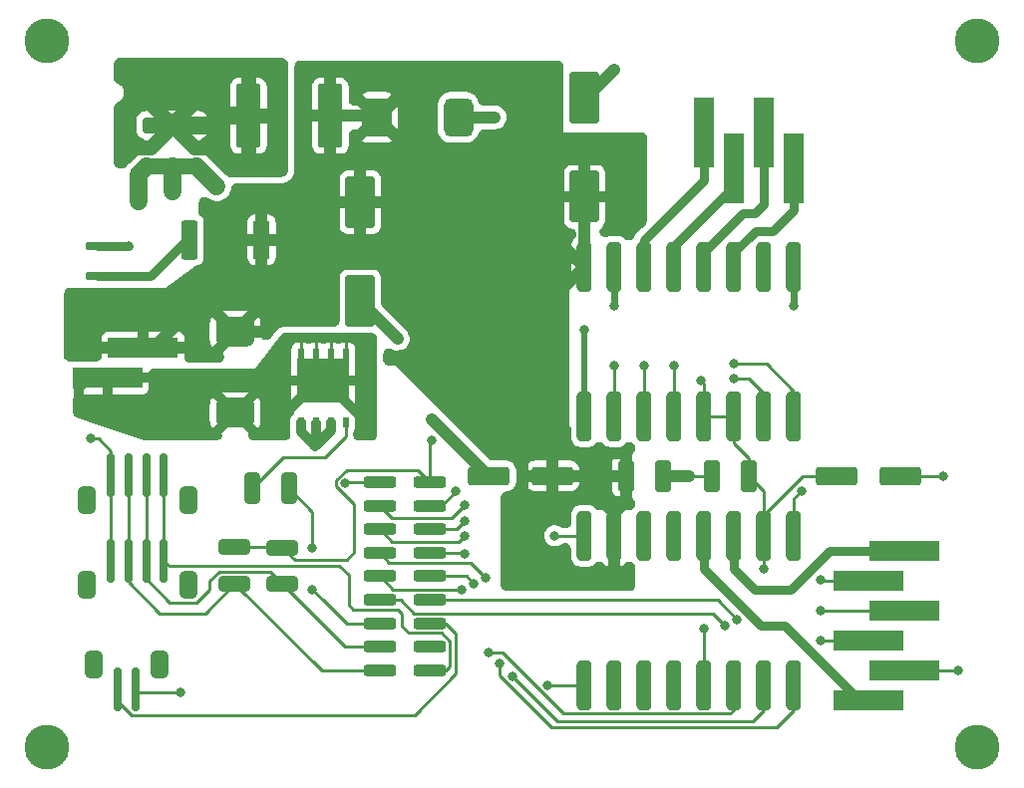
<source format=gbr>
%TF.GenerationSoftware,KiCad,Pcbnew,7.0.10*%
%TF.CreationDate,2024-03-01T15:17:48+01:00*%
%TF.ProjectId,arenaPCBv2,6172656e-6150-4434-9276-322e6b696361,rev?*%
%TF.SameCoordinates,Original*%
%TF.FileFunction,Copper,L1,Top*%
%TF.FilePolarity,Positive*%
%FSLAX46Y46*%
G04 Gerber Fmt 4.6, Leading zero omitted, Abs format (unit mm)*
G04 Created by KiCad (PCBNEW 7.0.10) date 2024-03-01 15:17:48*
%MOMM*%
%LPD*%
G01*
G04 APERTURE LIST*
G04 Aperture macros list*
%AMRoundRect*
0 Rectangle with rounded corners*
0 $1 Rounding radius*
0 $2 $3 $4 $5 $6 $7 $8 $9 X,Y pos of 4 corners*
0 Add a 4 corners polygon primitive as box body*
4,1,4,$2,$3,$4,$5,$6,$7,$8,$9,$2,$3,0*
0 Add four circle primitives for the rounded corners*
1,1,$1+$1,$2,$3*
1,1,$1+$1,$4,$5*
1,1,$1+$1,$6,$7*
1,1,$1+$1,$8,$9*
0 Add four rect primitives between the rounded corners*
20,1,$1+$1,$2,$3,$4,$5,0*
20,1,$1+$1,$4,$5,$6,$7,0*
20,1,$1+$1,$6,$7,$8,$9,0*
20,1,$1+$1,$8,$9,$2,$3,0*%
G04 Aperture macros list end*
%TA.AperFunction,SMDPad,CuDef*%
%ADD10R,0.508000X0.838200*%
%TD*%
%TA.AperFunction,SMDPad,CuDef*%
%ADD11R,4.419600X3.759206*%
%TD*%
%TA.AperFunction,SMDPad,CuDef*%
%ADD12R,0.609600X0.812800*%
%TD*%
%TA.AperFunction,SMDPad,CuDef*%
%ADD13RoundRect,0.350000X-2.200000X0.350000X-2.200000X-0.350000X2.200000X-0.350000X2.200000X0.350000X0*%
%TD*%
%TA.AperFunction,SMDPad,CuDef*%
%ADD14RoundRect,0.250000X-1.125000X0.250000X-1.125000X-0.250000X1.125000X-0.250000X1.125000X0.250000X0*%
%TD*%
%TA.AperFunction,ComponentPad*%
%ADD15C,3.800000*%
%TD*%
%TA.AperFunction,SMDPad,CuDef*%
%ADD16RoundRect,0.250000X-1.075000X0.400000X-1.075000X-0.400000X1.075000X-0.400000X1.075000X0.400000X0*%
%TD*%
%TA.AperFunction,SMDPad,CuDef*%
%ADD17RoundRect,0.317500X0.317500X1.782500X-0.317500X1.782500X-0.317500X-1.782500X0.317500X-1.782500X0*%
%TD*%
%TA.AperFunction,SMDPad,CuDef*%
%ADD18RoundRect,0.317500X-0.317500X-1.782500X0.317500X-1.782500X0.317500X1.782500X-0.317500X1.782500X0*%
%TD*%
%TA.AperFunction,SMDPad,CuDef*%
%ADD19RoundRect,0.250000X0.400000X1.075000X-0.400000X1.075000X-0.400000X-1.075000X0.400000X-1.075000X0*%
%TD*%
%TA.AperFunction,SMDPad,CuDef*%
%ADD20RoundRect,0.249999X0.450001X1.425001X-0.450001X1.425001X-0.450001X-1.425001X0.450001X-1.425001X0*%
%TD*%
%TA.AperFunction,SMDPad,CuDef*%
%ADD21R,5.969000X1.778000*%
%TD*%
%TA.AperFunction,SMDPad,CuDef*%
%ADD22R,1.778000X5.969000*%
%TD*%
%TA.AperFunction,SMDPad,CuDef*%
%ADD23RoundRect,0.172500X0.867500X-0.172500X0.867500X0.172500X-0.867500X0.172500X-0.867500X-0.172500X0*%
%TD*%
%TA.AperFunction,SMDPad,CuDef*%
%ADD24RoundRect,0.175000X-0.175000X-1.675000X0.175000X-1.675000X0.175000X1.675000X-0.175000X1.675000X0*%
%TD*%
%TA.AperFunction,SMDPad,CuDef*%
%ADD25RoundRect,0.375000X-0.375000X-0.775000X0.375000X-0.775000X0.375000X0.775000X-0.375000X0.775000X0*%
%TD*%
%TA.AperFunction,SMDPad,CuDef*%
%ADD26RoundRect,0.175000X0.175000X1.675000X-0.175000X1.675000X-0.175000X-1.675000X0.175000X-1.675000X0*%
%TD*%
%TA.AperFunction,SMDPad,CuDef*%
%ADD27RoundRect,0.375000X0.375000X0.775000X-0.375000X0.775000X-0.375000X-0.775000X0.375000X-0.775000X0*%
%TD*%
%TA.AperFunction,SMDPad,CuDef*%
%ADD28RoundRect,0.250001X-0.799999X-2.474999X0.799999X-2.474999X0.799999X2.474999X-0.799999X2.474999X0*%
%TD*%
%TA.AperFunction,SMDPad,CuDef*%
%ADD29RoundRect,0.625000X-1.025000X0.625000X-1.025000X-0.625000X1.025000X-0.625000X1.025000X0.625000X0*%
%TD*%
%TA.AperFunction,SMDPad,CuDef*%
%ADD30RoundRect,0.625000X-0.625000X-1.025000X0.625000X-1.025000X0.625000X1.025000X-0.625000X1.025000X0*%
%TD*%
%TA.AperFunction,SMDPad,CuDef*%
%ADD31RoundRect,0.250000X-1.500000X-0.550000X1.500000X-0.550000X1.500000X0.550000X-1.500000X0.550000X0*%
%TD*%
%TA.AperFunction,SMDPad,CuDef*%
%ADD32RoundRect,0.250000X0.412500X1.100000X-0.412500X1.100000X-0.412500X-1.100000X0.412500X-1.100000X0*%
%TD*%
%TA.AperFunction,SMDPad,CuDef*%
%ADD33RoundRect,0.250000X-0.412500X-1.100000X0.412500X-1.100000X0.412500X1.100000X-0.412500X1.100000X0*%
%TD*%
%TA.AperFunction,SMDPad,CuDef*%
%ADD34RoundRect,0.250000X1.500000X0.550000X-1.500000X0.550000X-1.500000X-0.550000X1.500000X-0.550000X0*%
%TD*%
%TA.AperFunction,SMDPad,CuDef*%
%ADD35RoundRect,0.250000X1.000000X-1.950000X1.000000X1.950000X-1.000000X1.950000X-1.000000X-1.950000X0*%
%TD*%
%TA.AperFunction,SMDPad,CuDef*%
%ADD36RoundRect,0.250000X-1.000000X1.950000X-1.000000X-1.950000X1.000000X-1.950000X1.000000X1.950000X0*%
%TD*%
%TA.AperFunction,ViaPad*%
%ADD37C,0.800000*%
%TD*%
%TA.AperFunction,Conductor*%
%ADD38C,1.000000*%
%TD*%
%TA.AperFunction,Conductor*%
%ADD39C,0.250000*%
%TD*%
%TA.AperFunction,Conductor*%
%ADD40C,0.800000*%
%TD*%
%TA.AperFunction,Conductor*%
%ADD41C,0.600000*%
%TD*%
%TA.AperFunction,Conductor*%
%ADD42C,0.850000*%
%TD*%
%TA.AperFunction,Conductor*%
%ADD43C,1.200000*%
%TD*%
%TA.AperFunction,Conductor*%
%ADD44C,1.500000*%
%TD*%
%TA.AperFunction,Conductor*%
%ADD45C,0.500000*%
%TD*%
%TA.AperFunction,Conductor*%
%ADD46C,1.250000*%
%TD*%
G04 APERTURE END LIST*
D10*
%TO.P,Q1,1,G*%
%TO.N,/G*%
X133405000Y-89412501D03*
D11*
%TO.P,Q1,2,D*%
%TO.N,/D*%
X131500000Y-85873506D03*
D12*
X129595000Y-83587499D03*
X130865000Y-83587499D03*
X132135000Y-83587499D03*
X133405000Y-83587499D03*
D10*
%TO.P,Q1,3,S*%
%TO.N,GND*%
X129595000Y-89412501D03*
X130865000Y-89412501D03*
X132135000Y-89412501D03*
%TD*%
D13*
%TO.P,J6,2,GND*%
%TO.N,GND*%
X118650000Y-67663000D03*
%TO.P,J6,1,VCC*%
%TO.N,Net-(J6-VCC)*%
X118650000Y-64163000D03*
%TD*%
D14*
%TO.P,J9,1,3.3V*%
%TO.N,+3.3V*%
X140500000Y-94500000D03*
%TO.P,J9,2,GND*%
%TO.N,GND*%
X136250000Y-94500000D03*
%TO.P,J9,3,STEP*%
%TO.N,Net-(J9-STEP)*%
X140500000Y-96500000D03*
%TO.P,J9,4,DIR*%
%TO.N,Net-(J9-DIR)*%
X136250000Y-96500000D03*
%TO.P,J9,5,MS3*%
%TO.N,Net-(J9-MS3)*%
X140500000Y-98500000D03*
%TO.P,J9,6,MS2*%
%TO.N,Net-(J9-MS2)*%
X136250000Y-98500000D03*
%TO.P,J9,7,MS1*%
%TO.N,Net-(J9-MS1)*%
X140500000Y-100500000D03*
%TO.P,J9,8,PWMA*%
%TO.N,Net-(J9-PWMA)*%
X136250000Y-100500000D03*
%TO.P,J9,9,AIN1*%
%TO.N,Net-(J9-AIN1)*%
X140500000Y-102500000D03*
%TO.P,J9,10,AIN2*%
%TO.N,Net-(J9-AIN2)*%
X136250000Y-102500000D03*
%TO.P,J9,11,HAL2*%
%TO.N,Net-(J8-Pin_4)*%
X140500000Y-104500000D03*
%TO.P,J9,12,HAL1*%
%TO.N,Net-(J8-Pin_3)*%
X136250000Y-104500000D03*
%TO.P,J9,13,END*%
%TO.N,Net-(J3-COM)*%
X140500000Y-106500000D03*
%TO.P,J9,14,QI*%
%TO.N,Net-(J9-QI)*%
X136250000Y-106500000D03*
%TO.P,J9,15,MISC*%
%TO.N,unconnected-(J9-MISC-Pad15)*%
X140500000Y-108500000D03*
%TO.P,J9,16,SCL*%
%TO.N,/SCL*%
X136250000Y-108500000D03*
%TO.P,J9,17,I2C_PWR*%
%TO.N,/I2C_PWR*%
X140500000Y-110500000D03*
%TO.P,J9,18,SDA*%
%TO.N,/SDA*%
X136250000Y-110500000D03*
%TD*%
D15*
%TO.P,M.2,1*%
%TO.N,GND*%
X108000000Y-117000000D03*
%TD*%
%TO.P,M.2,1*%
%TO.N,GND*%
X187000000Y-117000000D03*
%TD*%
%TO.P,M\u002C2,1*%
%TO.N,GND*%
X187000000Y-57000000D03*
%TD*%
%TO.P,M.2,1*%
%TO.N,GND*%
X108000000Y-57000000D03*
%TD*%
D16*
%TO.P,R3,2*%
%TO.N,/SDA*%
X123952000Y-103100000D03*
%TO.P,R3,1*%
%TO.N,+3.3V*%
X123952000Y-100000000D03*
%TD*%
D17*
%TO.P,U2,16,PWMA*%
%TO.N,Net-(J9-PWMA)*%
X171450000Y-111760000D03*
%TO.P,U2,15,AIN2*%
%TO.N,Net-(J9-AIN2)*%
X168910000Y-111760000D03*
%TO.P,U2,14,AIN1*%
%TO.N,Net-(J9-AIN1)*%
X166370000Y-111760000D03*
%TO.P,U2,13,nSTBY*%
%TO.N,+3.3V*%
X163830000Y-111760000D03*
%TO.P,U2,12,BIN1*%
%TO.N,unconnected-(U2-BIN1-Pad12)*%
X161290000Y-111760000D03*
%TO.P,U2,11,BIN2*%
%TO.N,unconnected-(U2-BIN2-Pad11)*%
X158750000Y-111760000D03*
%TO.P,U2,10,PWMB*%
%TO.N,unconnected-(U2-PWMB-Pad10)*%
X156210000Y-111760000D03*
%TO.P,U2,9,GND*%
%TO.N,GND*%
X153670000Y-111760000D03*
%TO.P,U2,8,GND*%
X153670000Y-99060000D03*
%TO.P,U2,7,VMOT*%
%TO.N,+12V*%
X156210000Y-99060000D03*
%TO.P,U2,6,BO1*%
%TO.N,unconnected-(U2-BO1-Pad6)*%
X158750000Y-99060000D03*
%TO.P,U2,5,BO2*%
%TO.N,unconnected-(U2-BO2-Pad5)*%
X161290000Y-99060000D03*
%TO.P,U2,4,AO2*%
%TO.N,Net-(J8-Pin_1)*%
X163830000Y-99060000D03*
%TO.P,U2,3,AO1*%
%TO.N,Net-(J8-Pin_6)*%
X166370000Y-99060000D03*
%TO.P,U2,2,VCC*%
%TO.N,+3.3V*%
X168910000Y-99060000D03*
%TO.P,U2,1,GND*%
%TO.N,GND*%
X171450000Y-99060000D03*
%TD*%
D18*
%TO.P,U1,16,VMOT*%
%TO.N,+12V*%
X153670000Y-76200000D03*
%TO.P,U1,15,GND*%
%TO.N,GND*%
X156210000Y-76200000D03*
%TO.P,U1,14,B2*%
%TO.N,Net-(J7-Pin_1)*%
X158750000Y-76200000D03*
%TO.P,U1,13,B1*%
%TO.N,Net-(J7-Pin_2)*%
X161290000Y-76200000D03*
%TO.P,U1,12,A1*%
%TO.N,Net-(J7-Pin_3)*%
X163830000Y-76200000D03*
%TO.P,U1,11,A2*%
%TO.N,Net-(J7-Pin_4)*%
X166370000Y-76200000D03*
%TO.P,U1,10,FAULT*%
%TO.N,unconnected-(U1-FAULT-Pad10)*%
X168910000Y-76200000D03*
%TO.P,U1,9,GND*%
%TO.N,GND*%
X171450000Y-76200000D03*
%TO.P,U1,8,DIR*%
%TO.N,Net-(J9-DIR)*%
X171450000Y-88900000D03*
%TO.P,U1,7,STEP*%
%TO.N,Net-(J9-STEP)*%
X168910000Y-88900000D03*
%TO.P,U1,6,SLP*%
%TO.N,+3.3V*%
X166370000Y-88900000D03*
%TO.P,U1,5,RST*%
X163830000Y-88900000D03*
%TO.P,U1,4,MS3*%
%TO.N,Net-(J9-MS3)*%
X161290000Y-88900000D03*
%TO.P,U1,3,MS2*%
%TO.N,Net-(J9-MS2)*%
X158750000Y-88900000D03*
%TO.P,U1,2,MS1*%
%TO.N,Net-(J9-MS1)*%
X156210000Y-88900000D03*
%TO.P,U1,1,EN*%
%TO.N,GND*%
X153670000Y-88900000D03*
%TD*%
D19*
%TO.P,R4,2*%
%TO.N,/G*%
X125450000Y-94996000D03*
%TO.P,R4,1*%
%TO.N,Net-(J9-QI)*%
X128550000Y-94996000D03*
%TD*%
D16*
%TO.P,R2,1*%
%TO.N,+3.3V*%
X128016000Y-100050000D03*
%TO.P,R2,2*%
%TO.N,/SCL*%
X128016000Y-103150000D03*
%TD*%
D20*
%TO.P,R1,1*%
%TO.N,+12V*%
X126240000Y-73914000D03*
%TO.P,R1,2*%
%TO.N,Net-(J5-pin_1)*%
X120140000Y-73914000D03*
%TD*%
D21*
%TO.P,J8,6,Pin_6*%
%TO.N,Net-(J8-Pin_6)*%
X180839999Y-100330000D03*
%TO.P,J8,5,Pin_5*%
%TO.N,+3.3V*%
X177800000Y-102870000D03*
%TO.P,J8,4,Pin_4*%
%TO.N,Net-(J8-Pin_4)*%
X180839999Y-105410000D03*
%TO.P,J8,3,Pin_3*%
%TO.N,Net-(J8-Pin_3)*%
X177800000Y-107950000D03*
%TO.P,J8,2,Pin_2*%
%TO.N,GND*%
X180839999Y-110490000D03*
%TO.P,J8,1,Pin_1*%
%TO.N,Net-(J8-Pin_1)*%
X177800000Y-113030000D03*
%TD*%
D22*
%TO.P,J7,1,Pin_1*%
%TO.N,Net-(J7-Pin_1)*%
X163830000Y-64770000D03*
%TO.P,J7,2,Pin_2*%
%TO.N,Net-(J7-Pin_2)*%
X166370000Y-67809999D03*
%TO.P,J7,3,Pin_3*%
%TO.N,Net-(J7-Pin_3)*%
X168910000Y-64770000D03*
%TO.P,J7,4,Pin_4*%
%TO.N,Net-(J7-Pin_4)*%
X171450000Y-67809999D03*
%TD*%
D23*
%TO.P,J5,1,pin_1*%
%TO.N,Net-(J5-pin_1)*%
X112297500Y-76961800D03*
%TO.P,J5,2,Pin_2*%
%TO.N,GND*%
X112297500Y-74421800D03*
%TD*%
D24*
%TO.P,J4,1,Pin_1*%
%TO.N,/I2C_PWR*%
X117950000Y-101150000D03*
%TO.P,J4,2,Pin_2*%
%TO.N,/SCL*%
X116450000Y-101150000D03*
%TO.P,J4,3,Pin_3*%
%TO.N,/SDA*%
X114950000Y-101150000D03*
%TO.P,J4,4,Pin_4*%
%TO.N,GND*%
X113450000Y-101150000D03*
D25*
%TO.P,J4,5*%
%TO.N,N/C*%
X120000000Y-103250000D03*
%TO.P,J4,6*%
X111400000Y-103250000D03*
%TD*%
D26*
%TO.P,J3,1,COM*%
%TO.N,Net-(J3-COM)*%
X114050000Y-112100000D03*
%TO.P,J3,2,GND*%
%TO.N,GND*%
X115550000Y-112100000D03*
D27*
%TO.P,J3,5*%
%TO.N,N/C*%
X112000000Y-110000000D03*
%TO.P,J3,6*%
X117600000Y-110000000D03*
%TD*%
D24*
%TO.P,J2,1,Pin_1*%
%TO.N,/I2C_PWR*%
X117950000Y-93900000D03*
%TO.P,J2,2,Pin_2*%
%TO.N,/SCL*%
X116450000Y-93900000D03*
%TO.P,J2,3,Pin_3*%
%TO.N,/SDA*%
X114950000Y-93900000D03*
%TO.P,J2,4,Pin_4*%
%TO.N,GND*%
X113450000Y-93900000D03*
D25*
%TO.P,J2,5*%
%TO.N,N/C*%
X120000000Y-96000000D03*
%TO.P,J2,6*%
X111400000Y-96000000D03*
%TD*%
D21*
%TO.P,J1,2,GND*%
%TO.N,/D*%
X113133600Y-85636520D03*
%TO.P,J1,1,VCC*%
%TO.N,+12V*%
X116173599Y-83096520D03*
%TD*%
D28*
%TO.P,F1,1*%
%TO.N,Net-(J6-VCC)*%
X125130000Y-63373000D03*
%TO.P,F1,2*%
%TO.N,+12V*%
X132080000Y-63373000D03*
%TD*%
D29*
%TO.P,D2,1,K*%
%TO.N,+12V*%
X124000000Y-81698000D03*
%TO.P,D2,2,A*%
%TO.N,/D*%
X124000000Y-88598000D03*
%TD*%
D30*
%TO.P,D1,1,K*%
%TO.N,+12V*%
X136052000Y-63500000D03*
%TO.P,D1,2,A*%
%TO.N,GND*%
X142952000Y-63500000D03*
%TD*%
D31*
%TO.P,C6,2*%
%TO.N,GND*%
X180500000Y-93980000D03*
%TO.P,C6,1*%
%TO.N,+3.3V*%
X175100000Y-93980000D03*
%TD*%
D32*
%TO.P,C5,2*%
%TO.N,GND*%
X164515000Y-93980000D03*
%TO.P,C5,1*%
%TO.N,+3.3V*%
X167640000Y-93980000D03*
%TD*%
D33*
%TO.P,C4,2*%
%TO.N,GND*%
X160312500Y-93980000D03*
%TO.P,C4,1*%
%TO.N,+12V*%
X157187500Y-93980000D03*
%TD*%
D34*
%TO.P,C3,2*%
%TO.N,GND*%
X145540000Y-93980000D03*
%TO.P,C3,1*%
%TO.N,+12V*%
X150940000Y-93980000D03*
%TD*%
D35*
%TO.P,C2,1*%
%TO.N,+12V*%
X153670000Y-70240000D03*
%TO.P,C2,2*%
%TO.N,GND*%
X153670000Y-61840000D03*
%TD*%
D36*
%TO.P,C1,1*%
%TO.N,+12V*%
X134620000Y-70730000D03*
%TO.P,C1,2*%
%TO.N,GND*%
X134620000Y-79130000D03*
%TD*%
D37*
%TO.N,Net-(J9-QI)*%
X130556000Y-100076000D03*
X130556000Y-103632000D03*
%TO.N,GND*%
X156210000Y-59436000D03*
%TO.N,Net-(J9-DIR)*%
X166370000Y-84455000D03*
%TO.N,Net-(J9-STEP)*%
X166370000Y-85725000D03*
%TO.N,Net-(J9-MS3)*%
X143510548Y-97790000D03*
%TO.N,Net-(J9-MS1)*%
X143510000Y-100600000D03*
%TO.N,Net-(J9-MS2)*%
X143510000Y-99060000D03*
%TO.N,Net-(J9-STEP)*%
X142748000Y-95250000D03*
%TO.N,Net-(J9-DIR)*%
X143473000Y-96483000D03*
%TO.N,Net-(J9-MS3)*%
X161290000Y-84582000D03*
%TO.N,Net-(J9-MS2)*%
X158750000Y-84582000D03*
%TO.N,Net-(J9-MS1)*%
X156210000Y-84582000D03*
%TO.N,GND*%
X115824000Y-70612000D03*
X122428000Y-69342000D03*
%TO.N,+3.3V*%
X163576000Y-85852000D03*
X140716000Y-90932000D03*
%TO.N,Net-(J8-Pin_3)*%
X165608000Y-106680000D03*
%TO.N,Net-(J8-Pin_4)*%
X166624000Y-106172000D03*
%TO.N,Net-(J8-Pin_3)*%
X173736000Y-107950000D03*
%TO.N,Net-(J8-Pin_4)*%
X173736000Y-105410000D03*
%TO.N,+3.3V*%
X173736000Y-102815107D03*
X168910000Y-101854000D03*
X163830000Y-106934000D03*
%TO.N,Net-(J9-AIN2)*%
X143256000Y-103632000D03*
%TO.N,Net-(J9-AIN1)*%
X144272000Y-103124000D03*
X145542001Y-108965999D03*
%TO.N,Net-(J9-AIN2)*%
X147576936Y-110991630D03*
%TO.N,Net-(J9-PWMA)*%
X145288000Y-102616000D03*
X146473633Y-109897631D03*
%TO.N,GND*%
X171450000Y-79502000D03*
X156210000Y-79502000D03*
X153670000Y-81534000D03*
X172085000Y-95250000D03*
X162560000Y-93980000D03*
X151130000Y-99060000D03*
X150495000Y-111760000D03*
X140716000Y-89154000D03*
X111760000Y-90805000D03*
X130810000Y-91440000D03*
X133350000Y-94615000D03*
X137795000Y-82305000D03*
X114935000Y-74421800D03*
X118650000Y-69818000D03*
X146050000Y-63500000D03*
X184150000Y-93980000D03*
X185420000Y-110490000D03*
X119380000Y-112395000D03*
%TD*%
D38*
%TO.N,GND*%
X134738000Y-79248000D02*
X134620000Y-79248000D01*
X137795000Y-82305000D02*
X134738000Y-79248000D01*
D39*
X180839999Y-110490000D02*
X185420000Y-110490000D01*
D40*
X114935000Y-74421800D02*
X112297500Y-74421800D01*
D39*
X113450000Y-91860000D02*
X113450000Y-93900000D01*
X112395000Y-90805000D02*
X113450000Y-91860000D01*
X111760000Y-90805000D02*
X112395000Y-90805000D01*
X171450000Y-99060000D02*
X171450000Y-95885000D01*
X171450000Y-95885000D02*
X172085000Y-95250000D01*
X153670000Y-111760000D02*
X150495000Y-111760000D01*
%TO.N,Net-(J9-PWMA)*%
X145288000Y-102616000D02*
X143997000Y-101325000D01*
X143997000Y-101325000D02*
X137075000Y-101325000D01*
X137075000Y-101325000D02*
X136250000Y-100500000D01*
%TO.N,Net-(J9-AIN2)*%
X167962000Y-114808000D02*
X168910000Y-113860000D01*
X151384000Y-114808000D02*
X167962000Y-114808000D01*
X147576936Y-111000936D02*
X151384000Y-114808000D01*
X168910000Y-113860000D02*
X168910000Y-111760000D01*
X147576936Y-110991630D02*
X147576936Y-111000936D01*
%TO.N,Net-(J9-PWMA)*%
X171450000Y-113860000D02*
X171450000Y-111760000D01*
X146473633Y-110913633D02*
X150876000Y-115316000D01*
X146473633Y-109897631D02*
X146473633Y-110913633D01*
X150876000Y-115316000D02*
X169994000Y-115316000D01*
X169994000Y-115316000D02*
X171450000Y-113860000D01*
%TO.N,Net-(J9-STEP)*%
X142748000Y-95250000D02*
X141498000Y-96500000D01*
X141498000Y-96500000D02*
X140500000Y-96500000D01*
%TO.N,Net-(J9-DIR)*%
X137286000Y-97536000D02*
X136250000Y-96500000D01*
X142420000Y-97536000D02*
X137286000Y-97536000D01*
X143473000Y-96483000D02*
X142420000Y-97536000D01*
%TO.N,Net-(J9-MS2)*%
X143510000Y-99060000D02*
X143002000Y-99568000D01*
X143002000Y-99568000D02*
X137318000Y-99568000D01*
X137318000Y-99568000D02*
X136250000Y-98500000D01*
%TO.N,Net-(J9-MS1)*%
X143410000Y-100500000D02*
X140500000Y-100500000D01*
X143510000Y-100600000D02*
X143410000Y-100500000D01*
%TO.N,Net-(J9-MS3)*%
X142800548Y-98500000D02*
X140500000Y-98500000D01*
X143510548Y-97790000D02*
X142800548Y-98500000D01*
%TO.N,Net-(J9-QI)*%
X133464000Y-106500000D02*
X136250000Y-106500000D01*
X130556000Y-103632000D02*
X131532000Y-104608000D01*
X131532000Y-104608000D02*
X131572000Y-104608000D01*
X131572000Y-104608000D02*
X133464000Y-106500000D01*
X130556000Y-100076000D02*
X130556000Y-97002000D01*
X130556000Y-97002000D02*
X128550000Y-94996000D01*
%TO.N,/G*%
X131627000Y-92401000D02*
X133405000Y-90623000D01*
X128045000Y-92401000D02*
X131627000Y-92401000D01*
X133405000Y-90623000D02*
X133405000Y-89412501D01*
X125450000Y-94996000D02*
X128045000Y-92401000D01*
D38*
%TO.N,GND*%
X140716000Y-89154000D02*
X145540000Y-93978000D01*
D40*
%TO.N,Net-(J5-pin_1)*%
X116840000Y-76961800D02*
X112297500Y-76961800D01*
X119887800Y-73914000D02*
X120140000Y-73914000D01*
X116840000Y-76961800D02*
X119887800Y-73914000D01*
D38*
%TO.N,+12V*%
X117055480Y-83096520D02*
X119380000Y-80772000D01*
X124000000Y-81698000D02*
X126746000Y-81698000D01*
%TO.N,GND*%
X153806000Y-61840000D02*
X153670000Y-61840000D01*
X156210000Y-59436000D02*
X153806000Y-61840000D01*
X142952000Y-63500000D02*
X146050000Y-63500000D01*
D41*
X156210000Y-76200000D02*
X156210000Y-79502000D01*
X171450000Y-76200000D02*
X171450000Y-79502000D01*
D39*
%TO.N,Net-(J8-Pin_4)*%
X164952000Y-104500000D02*
X140500000Y-104500000D01*
X166624000Y-106172000D02*
X164952000Y-104500000D01*
%TO.N,Net-(J8-Pin_3)*%
X164592000Y-105664000D02*
X165608000Y-106680000D01*
X138028000Y-104500000D02*
X139192000Y-105664000D01*
X139192000Y-105664000D02*
X164592000Y-105664000D01*
X136250000Y-104500000D02*
X138028000Y-104500000D01*
D42*
%TO.N,/D*%
X110744000Y-86360000D02*
X110744000Y-88138000D01*
D43*
%TO.N,+12V*%
X155448000Y-96266000D02*
X156972000Y-96266000D01*
X156972000Y-96266000D02*
X157187500Y-96050500D01*
X156845000Y-96393000D02*
X157187500Y-96050500D01*
X156210000Y-97028000D02*
X156845000Y-96393000D01*
D38*
X157187500Y-96050500D02*
X157187500Y-93980000D01*
D43*
X156210000Y-97028000D02*
X155448000Y-96266000D01*
D38*
X156210000Y-99060000D02*
X156210000Y-97028000D01*
D44*
%TO.N,GND*%
X122428000Y-69342000D02*
X120749000Y-67663000D01*
X115824000Y-70612000D02*
X115824000Y-68326000D01*
X115824000Y-68326000D02*
X116487000Y-67663000D01*
X118650000Y-67663000D02*
X118650000Y-69818000D01*
D39*
X118650000Y-67663000D02*
X120749000Y-67663000D01*
X116487000Y-67663000D02*
X118650000Y-67663000D01*
D45*
X153670000Y-88900000D02*
X153670000Y-81534000D01*
D40*
%TO.N,Net-(J7-Pin_4)*%
X168203499Y-73152000D02*
X166370000Y-74985499D01*
X169672000Y-73152000D02*
X168203499Y-73152000D01*
X171450000Y-71374000D02*
X169672000Y-73152000D01*
X171450000Y-69905499D02*
X171450000Y-71374000D01*
%TO.N,Net-(J7-Pin_3)*%
X168148000Y-71628000D02*
X167132000Y-71628000D01*
X167132000Y-71628000D02*
X163830000Y-74930000D01*
X168910000Y-70866000D02*
X168148000Y-71628000D01*
X168910000Y-64770000D02*
X168910000Y-70866000D01*
D39*
%TO.N,GND*%
X134620000Y-79248000D02*
X134620000Y-79130000D01*
D38*
%TO.N,+12V*%
X148400000Y-92456000D02*
X148400000Y-93980000D01*
X150940000Y-93980000D02*
X148400000Y-93980000D01*
X148400000Y-92964000D02*
X148400000Y-94996000D01*
X153670000Y-76200000D02*
X151130000Y-78740000D01*
D39*
%TO.N,Net-(J9-DIR)*%
X171450000Y-86800000D02*
X169105000Y-84455000D01*
X169105000Y-84455000D02*
X166370000Y-84455000D01*
X171450000Y-88900000D02*
X171450000Y-86800000D01*
%TO.N,Net-(J9-STEP)*%
X167640000Y-85725000D02*
X166370000Y-85725000D01*
X168910000Y-88900000D02*
X168910000Y-86995000D01*
X168910000Y-86995000D02*
X167640000Y-85725000D01*
D38*
%TO.N,+12V*%
X156845000Y-92075000D02*
X155575000Y-92075000D01*
X157187500Y-92417500D02*
X156845000Y-92075000D01*
X157187500Y-93980000D02*
X157187500Y-92417500D01*
D39*
%TO.N,GND*%
X153670000Y-99060000D02*
X151130000Y-99060000D01*
X144460000Y-93538000D02*
X144018000Y-93980000D01*
X144018000Y-93980000D02*
X144460000Y-93980000D01*
%TO.N,Net-(J9-MS3)*%
X161290000Y-84582000D02*
X161290000Y-88900000D01*
%TO.N,Net-(J9-MS2)*%
X158750000Y-84582000D02*
X158750000Y-88900000D01*
%TO.N,Net-(J9-MS1)*%
X156210000Y-84582000D02*
X156210000Y-88900000D01*
D44*
%TO.N,Net-(J6-VCC)*%
X123063000Y-63373000D02*
X125130000Y-63373000D01*
D46*
X122273000Y-64163000D02*
X123063000Y-63373000D01*
D44*
X118650000Y-64163000D02*
X122273000Y-64163000D01*
D46*
X120527000Y-66040000D02*
X121920000Y-66040000D01*
X118650000Y-64163000D02*
X120527000Y-66040000D01*
X116773000Y-66040000D02*
X115316000Y-66040000D01*
X118650000Y-64163000D02*
X116773000Y-66040000D01*
D39*
%TO.N,+12V*%
X135925000Y-63373000D02*
X136052000Y-63500000D01*
D38*
X132080000Y-63373000D02*
X135925000Y-63373000D01*
X156210000Y-99060000D02*
X156210000Y-101854000D01*
D39*
%TO.N,+3.3V*%
X163830000Y-86106000D02*
X163830000Y-88900000D01*
X163576000Y-85852000D02*
X163830000Y-86106000D01*
X140500000Y-91148000D02*
X140716000Y-90932000D01*
X140500000Y-94500000D02*
X140500000Y-91148000D01*
X163830000Y-88900000D02*
X166370000Y-88900000D01*
X167640000Y-92456000D02*
X167640000Y-93980000D01*
X166370000Y-91186000D02*
X167640000Y-92456000D01*
X166370000Y-88900000D02*
X166370000Y-91186000D01*
D38*
%TO.N,+12V*%
X153670000Y-76200000D02*
X153670000Y-70240000D01*
D40*
%TO.N,Net-(J7-Pin_1)*%
X158750000Y-73914000D02*
X158750000Y-76200000D01*
X163830000Y-68834000D02*
X158750000Y-73914000D01*
X163830000Y-64770000D02*
X163830000Y-68834000D01*
%TO.N,Net-(J7-Pin_2)*%
X161290000Y-74422000D02*
X161290000Y-76200000D01*
X166370000Y-69342000D02*
X161290000Y-74422000D01*
X166370000Y-67809999D02*
X166370000Y-69342000D01*
D39*
%TO.N,Net-(J7-Pin_3)*%
X163830000Y-74930000D02*
X163830000Y-76200000D01*
%TO.N,Net-(J7-Pin_4)*%
X166370000Y-74985499D02*
X166370000Y-76200000D01*
X171450000Y-67809999D02*
X171450000Y-69905499D01*
D38*
%TO.N,GND*%
X160312500Y-93980000D02*
X162560000Y-93980000D01*
D39*
X164515000Y-93980000D02*
X162560000Y-93980000D01*
%TO.N,+3.3V*%
X173736000Y-102815107D02*
X173790893Y-102870000D01*
X173790893Y-102870000D02*
X177800000Y-102870000D01*
D40*
%TO.N,Net-(J8-Pin_6)*%
X166370000Y-101854000D02*
X166370000Y-99060000D01*
X171196000Y-103632000D02*
X168148000Y-103632000D01*
X174498000Y-100330000D02*
X171196000Y-103632000D01*
X180839999Y-100330000D02*
X174498000Y-100330000D01*
X168148000Y-103632000D02*
X166370000Y-101854000D01*
D39*
%TO.N,Net-(J8-Pin_3)*%
X173736000Y-107950000D02*
X177800000Y-107950000D01*
%TO.N,Net-(J8-Pin_4)*%
X173736000Y-105410000D02*
X180839999Y-105410000D01*
%TO.N,+3.3V*%
X168910000Y-101854000D02*
X168910000Y-99060000D01*
D40*
%TO.N,Net-(J8-Pin_1)*%
X177038000Y-113030000D02*
X177800000Y-113030000D01*
X168656000Y-106680000D02*
X170688000Y-106680000D01*
X163830000Y-101854000D02*
X168656000Y-106680000D01*
X170688000Y-106680000D02*
X177038000Y-113030000D01*
X163830000Y-99060000D02*
X163830000Y-101854000D01*
D39*
%TO.N,+3.3V*%
X163830000Y-111760000D02*
X163830000Y-106934000D01*
%TO.N,Net-(J9-AIN1)*%
X145542001Y-108965999D02*
X146672999Y-108965999D01*
X146672999Y-108965999D02*
X151892000Y-114185000D01*
%TO.N,Net-(J9-AIN2)*%
X137382000Y-103632000D02*
X136250000Y-102500000D01*
X143256000Y-103632000D02*
X137382000Y-103632000D01*
%TO.N,Net-(J9-AIN1)*%
X144272000Y-103124000D02*
X143648000Y-102500000D01*
X143648000Y-102500000D02*
X140500000Y-102500000D01*
X166045000Y-114185000D02*
X151892000Y-114185000D01*
X166370000Y-113860000D02*
X166045000Y-114185000D01*
X166370000Y-111760000D02*
X166370000Y-113860000D01*
%TO.N,+3.3V*%
X172212000Y-93980000D02*
X175100000Y-93980000D01*
X168910000Y-99060000D02*
X168910000Y-97282000D01*
X168910000Y-97282000D02*
X172212000Y-93980000D01*
X168910000Y-95250000D02*
X167640000Y-93980000D01*
X168910000Y-99060000D02*
X168910000Y-95250000D01*
%TO.N,Net-(J3-COM)*%
X115163044Y-114275000D02*
X114050000Y-113161956D01*
X142748000Y-110744000D02*
X139217000Y-114275000D01*
X142748000Y-107373000D02*
X142748000Y-110744000D01*
X139217000Y-114275000D02*
X115163044Y-114275000D01*
X114050000Y-113161956D02*
X114050000Y-112100000D01*
X141875000Y-106500000D02*
X142748000Y-107373000D01*
X140500000Y-106500000D02*
X141875000Y-106500000D01*
%TO.N,Net-(J8-Pin_4)*%
X140500000Y-104500000D02*
X140648000Y-104648000D01*
X180077999Y-104648000D02*
X180839999Y-105410000D01*
%TO.N,+3.3V*%
X139472000Y-93472000D02*
X140500000Y-94500000D01*
X132588000Y-94351695D02*
X133467695Y-93472000D01*
X133467695Y-93472000D02*
X139472000Y-93472000D01*
X132588000Y-94878305D02*
X132588000Y-94351695D01*
X134112000Y-96402305D02*
X132588000Y-94878305D01*
X134112000Y-100442900D02*
X134112000Y-96402305D01*
X133462900Y-101092000D02*
X134112000Y-100442900D01*
X128016000Y-100050000D02*
X129058000Y-101092000D01*
X129058000Y-101092000D02*
X133462900Y-101092000D01*
X127966000Y-100000000D02*
X128016000Y-100050000D01*
X123952000Y-100000000D02*
X127966000Y-100000000D01*
%TO.N,/I2C_PWR*%
X132845100Y-101600000D02*
X118400000Y-101600000D01*
X133650000Y-102404900D02*
X132845100Y-101600000D01*
X133650000Y-104945100D02*
X133650000Y-102404900D01*
X134029900Y-105325000D02*
X133650000Y-104945100D01*
X137837000Y-105325000D02*
X134029900Y-105325000D01*
X138176000Y-106779550D02*
X138176000Y-105664000D01*
X118400000Y-101600000D02*
X117950000Y-101150000D01*
X138721450Y-107325000D02*
X138176000Y-106779550D01*
X141520100Y-107325000D02*
X138721450Y-107325000D01*
X141875000Y-110500000D02*
X142240000Y-110135000D01*
X142240000Y-108044900D02*
X141520100Y-107325000D01*
X140500000Y-110500000D02*
X141875000Y-110500000D01*
X142240000Y-110135000D02*
X142240000Y-108044900D01*
X138176000Y-105664000D02*
X137837000Y-105325000D01*
%TO.N,/SCL*%
X122648900Y-102108000D02*
X126974000Y-102108000D01*
X121838975Y-103632000D02*
X121838975Y-102917925D01*
X120745975Y-104725000D02*
X121838975Y-103632000D01*
X126974000Y-102108000D02*
X128016000Y-103150000D01*
X118441000Y-104725000D02*
X120745975Y-104725000D01*
X116450000Y-102734000D02*
X118441000Y-104725000D01*
X121838975Y-102917925D02*
X122648900Y-102108000D01*
X116450000Y-101150000D02*
X116450000Y-102734000D01*
%TO.N,/SDA*%
X131352000Y-110500000D02*
X123952000Y-103100000D01*
X136250000Y-110500000D02*
X131352000Y-110500000D01*
X114950000Y-103000000D02*
X114950000Y-101150000D01*
X117614000Y-105664000D02*
X114950000Y-103000000D01*
X123952000Y-103100000D02*
X123952000Y-103149159D01*
X123952000Y-103149159D02*
X121437159Y-105664000D01*
X121437159Y-105664000D02*
X117614000Y-105664000D01*
%TO.N,/SCL*%
X133366000Y-108500000D02*
X128016000Y-103150000D01*
X136250000Y-108500000D02*
X133366000Y-108500000D01*
%TO.N,/I2C_PWR*%
X117950000Y-93900000D02*
X117950000Y-101150000D01*
%TO.N,/SCL*%
X116450000Y-101150000D02*
X116450000Y-93900000D01*
%TO.N,/SDA*%
X114950000Y-93900000D02*
X114950000Y-101150000D01*
D42*
%TO.N,/D*%
X131042494Y-85873506D02*
X128270000Y-88646000D01*
X131593506Y-85873506D02*
X134874000Y-89154000D01*
D39*
X131500000Y-85873506D02*
X131042494Y-85873506D01*
X131500000Y-85873506D02*
X131593506Y-85873506D01*
D42*
%TO.N,GND*%
X129595000Y-89412501D02*
X129595000Y-90225000D01*
X130865000Y-89522501D02*
X130865000Y-91385000D01*
D39*
X130865000Y-91385000D02*
X130810000Y-91440000D01*
X130810000Y-89467501D02*
X130865000Y-89522501D01*
D42*
X132135000Y-90115000D02*
X130865000Y-91385000D01*
X132135000Y-89412501D02*
X132135000Y-90115000D01*
X129595000Y-90225000D02*
X130810000Y-91440000D01*
D39*
%TO.N,/D*%
X133405000Y-83587499D02*
X133405000Y-82351000D01*
X132135000Y-83587499D02*
X132135000Y-82351000D01*
X130865000Y-83587499D02*
X130865000Y-82351000D01*
X129595000Y-83587499D02*
X129595000Y-82351000D01*
D38*
X111467480Y-85636520D02*
X110744000Y-86360000D01*
D39*
X113133600Y-85636520D02*
X111467480Y-85636520D01*
%TO.N,+12V*%
X116000000Y-83000000D02*
X117856000Y-83000000D01*
X116000000Y-83000000D02*
X118402000Y-83000000D01*
%TO.N,GND*%
X113450000Y-93900000D02*
X113450000Y-101150000D01*
X133465000Y-94500000D02*
X133350000Y-94615000D01*
X136250000Y-94500000D02*
X133465000Y-94500000D01*
X180500000Y-93980000D02*
X184150000Y-93980000D01*
X115845000Y-112395000D02*
X115550000Y-112100000D01*
X119380000Y-112395000D02*
X115845000Y-112395000D01*
%TD*%
%TA.AperFunction,Conductor*%
%TO.N,+12V*%
G36*
X151533585Y-58694213D02*
G01*
X151662780Y-58753214D01*
X151770119Y-58846224D01*
X151846906Y-58965708D01*
X151886921Y-59101985D01*
X151892000Y-59173000D01*
X151892000Y-64770000D01*
X158505000Y-64770000D01*
X158645585Y-64790213D01*
X158774780Y-64849214D01*
X158882119Y-64942224D01*
X158958906Y-65061708D01*
X158998921Y-65197985D01*
X159004000Y-65269000D01*
X159004000Y-72179808D01*
X158983787Y-72320393D01*
X158924786Y-72449588D01*
X158857850Y-72532649D01*
X158516620Y-72873880D01*
X158191128Y-73199372D01*
X158163206Y-73223221D01*
X158163561Y-73223616D01*
X158144126Y-73241115D01*
X158105305Y-73284228D01*
X158087364Y-73303135D01*
X158079885Y-73310614D01*
X158079873Y-73310627D01*
X158073225Y-73318837D01*
X158056295Y-73338659D01*
X158017465Y-73381785D01*
X158003528Y-73400968D01*
X157990613Y-73420855D01*
X157964286Y-73472526D01*
X157951827Y-73495474D01*
X157922819Y-73545717D01*
X157913180Y-73567368D01*
X157895306Y-73613930D01*
X157893269Y-73613148D01*
X157850919Y-73712040D01*
X157760488Y-73821561D01*
X157642864Y-73901167D01*
X157507577Y-73944411D01*
X157365587Y-73947788D01*
X157228397Y-73911025D01*
X157107122Y-73837100D01*
X157071992Y-73805164D01*
X157040746Y-73773918D01*
X157040743Y-73773916D01*
X157040742Y-73773915D01*
X156884663Y-73675844D01*
X156710674Y-73614963D01*
X156710669Y-73614962D01*
X156710662Y-73614961D01*
X156573446Y-73599500D01*
X156573438Y-73599500D01*
X155846562Y-73599500D01*
X155846553Y-73599500D01*
X155709337Y-73614961D01*
X155709320Y-73614964D01*
X155603451Y-73652009D01*
X155464079Y-73679361D01*
X155322647Y-73666340D01*
X155190612Y-73614000D01*
X155078672Y-73526582D01*
X154995895Y-73411167D01*
X154948987Y-73277107D01*
X154941748Y-73135261D01*
X154974764Y-72997122D01*
X155045362Y-72873880D01*
X155129154Y-72789582D01*
X155138350Y-72782310D01*
X155262316Y-72658344D01*
X155354357Y-72509122D01*
X155409505Y-72342694D01*
X155420000Y-72239977D01*
X155420000Y-70740000D01*
X151920001Y-70740000D01*
X151920001Y-72239971D01*
X151930494Y-72342695D01*
X151930496Y-72342705D01*
X151985640Y-72509119D01*
X152077683Y-72658344D01*
X152201655Y-72782316D01*
X152350877Y-72874357D01*
X152517305Y-72929505D01*
X152531528Y-72930959D01*
X152669330Y-72965356D01*
X152791859Y-73037183D01*
X152889190Y-73140621D01*
X152953435Y-73267290D01*
X152979392Y-73406928D01*
X152964956Y-73548223D01*
X152911298Y-73679727D01*
X152833659Y-73780220D01*
X152709306Y-73904573D01*
X152611301Y-74060547D01*
X152611298Y-74060554D01*
X152550453Y-74234439D01*
X152536385Y-74359279D01*
X154024260Y-75847154D01*
X154109376Y-75960855D01*
X154159010Y-76093930D01*
X154169143Y-76235598D01*
X154138952Y-76374383D01*
X154070884Y-76499040D01*
X154024260Y-76552846D01*
X154022846Y-76554260D01*
X153909145Y-76639376D01*
X153776070Y-76689010D01*
X153634402Y-76699143D01*
X153495617Y-76668952D01*
X153370960Y-76600884D01*
X153317154Y-76554260D01*
X152535000Y-75772106D01*
X152535000Y-77128307D01*
X152514787Y-77268892D01*
X152455786Y-77398087D01*
X152400000Y-77467311D01*
X152400000Y-89665914D01*
X152473462Y-89764048D01*
X152523096Y-89897123D01*
X152534500Y-90003193D01*
X152534500Y-90728446D01*
X152549961Y-90865662D01*
X152549962Y-90865669D01*
X152549963Y-90865674D01*
X152610844Y-91039663D01*
X152707222Y-91193048D01*
X152708916Y-91195743D01*
X152708918Y-91195746D01*
X152839253Y-91326081D01*
X152839256Y-91326083D01*
X152839258Y-91326085D01*
X152995337Y-91424156D01*
X153169326Y-91485037D01*
X153306562Y-91500500D01*
X154033438Y-91500500D01*
X154170674Y-91485037D01*
X154344663Y-91424156D01*
X154500742Y-91326085D01*
X154532137Y-91294690D01*
X154587154Y-91239674D01*
X154700855Y-91154558D01*
X154833930Y-91104924D01*
X154975598Y-91094791D01*
X155114383Y-91124982D01*
X155239040Y-91193050D01*
X155292846Y-91239674D01*
X155379253Y-91326081D01*
X155379256Y-91326083D01*
X155379258Y-91326085D01*
X155535337Y-91424156D01*
X155709326Y-91485037D01*
X155801734Y-91495449D01*
X155846553Y-91500499D01*
X155846562Y-91500500D01*
X155889147Y-91500500D01*
X156029732Y-91520713D01*
X156158927Y-91579714D01*
X156266266Y-91672724D01*
X156343053Y-91792208D01*
X156383068Y-91928485D01*
X156383068Y-92070515D01*
X156343053Y-92206792D01*
X156266266Y-92326276D01*
X156241993Y-92352346D01*
X156182683Y-92411655D01*
X156090642Y-92560877D01*
X156035494Y-92727305D01*
X156025000Y-92830022D01*
X156025000Y-93480000D01*
X156687500Y-93480000D01*
X156687500Y-92083838D01*
X156647291Y-91990792D01*
X156629963Y-91849822D01*
X156653052Y-91709682D01*
X156714689Y-91581723D01*
X156809879Y-91476312D01*
X156863374Y-91437533D01*
X156984137Y-91361652D01*
X157040742Y-91326085D01*
X157127155Y-91239671D01*
X157240853Y-91154558D01*
X157373928Y-91104923D01*
X157515596Y-91094790D01*
X157654380Y-91124980D01*
X157779038Y-91193048D01*
X157832846Y-91239673D01*
X157841846Y-91248673D01*
X157926962Y-91362374D01*
X157976596Y-91495449D01*
X157988000Y-91601519D01*
X157988000Y-91640734D01*
X157967787Y-91781319D01*
X157908786Y-91910514D01*
X157823435Y-92011077D01*
X157687500Y-92133831D01*
X157687500Y-95826165D01*
X157823439Y-95948927D01*
X157914229Y-96058150D01*
X157970569Y-96188528D01*
X157988000Y-96319266D01*
X157988000Y-96358480D01*
X157967787Y-96499065D01*
X157908786Y-96628260D01*
X157841827Y-96711345D01*
X157832473Y-96720698D01*
X157718768Y-96805808D01*
X157585690Y-96855435D01*
X157444021Y-96865560D01*
X157305238Y-96835362D01*
X157180585Y-96767287D01*
X157126800Y-96720679D01*
X157040432Y-96634311D01*
X157040429Y-96634309D01*
X156862988Y-96522815D01*
X156754706Y-96430905D01*
X156676704Y-96312210D01*
X156635302Y-96176349D01*
X156633854Y-96034326D01*
X156672476Y-95897648D01*
X156687500Y-95873737D01*
X156687500Y-94480000D01*
X156025001Y-94480000D01*
X156025001Y-95129971D01*
X156035494Y-95232695D01*
X156035496Y-95232705D01*
X156090640Y-95399119D01*
X156182683Y-95548344D01*
X156242493Y-95608154D01*
X156327609Y-95721855D01*
X156377243Y-95854930D01*
X156387376Y-95996598D01*
X156357185Y-96135383D01*
X156289117Y-96260040D01*
X156188687Y-96360470D01*
X156064030Y-96428538D01*
X155925245Y-96458729D01*
X155889647Y-96460000D01*
X155846577Y-96460000D01*
X155709443Y-96475451D01*
X155535554Y-96536298D01*
X155535547Y-96536301D01*
X155379573Y-96634306D01*
X155293198Y-96720681D01*
X155179496Y-96805796D01*
X155046421Y-96855430D01*
X154904752Y-96865561D01*
X154765968Y-96835370D01*
X154641312Y-96767302D01*
X154587507Y-96720679D01*
X154500746Y-96633918D01*
X154500743Y-96633916D01*
X154500742Y-96633915D01*
X154344663Y-96535844D01*
X154170674Y-96474963D01*
X154170669Y-96474962D01*
X154170662Y-96474961D01*
X154033446Y-96459500D01*
X154033438Y-96459500D01*
X153306562Y-96459500D01*
X153306553Y-96459500D01*
X153169337Y-96474961D01*
X153169328Y-96474962D01*
X153169326Y-96474963D01*
X153100446Y-96499065D01*
X152995336Y-96535844D01*
X152839256Y-96633916D01*
X152839253Y-96633918D01*
X152708918Y-96764253D01*
X152708916Y-96764256D01*
X152610844Y-96920336D01*
X152580403Y-97007331D01*
X152558109Y-97071048D01*
X152549963Y-97094327D01*
X152549961Y-97094337D01*
X152534500Y-97231553D01*
X152534500Y-97935500D01*
X152514287Y-98076085D01*
X152455286Y-98205280D01*
X152362276Y-98312619D01*
X152242792Y-98389406D01*
X152106515Y-98429421D01*
X152035500Y-98434500D01*
X151963230Y-98434500D01*
X151822645Y-98414287D01*
X151693450Y-98355286D01*
X151669926Y-98339200D01*
X151582731Y-98275849D01*
X151412354Y-98199992D01*
X151409803Y-98198856D01*
X151409801Y-98198855D01*
X151409800Y-98198855D01*
X151409796Y-98198854D01*
X151224651Y-98159501D01*
X151224650Y-98159500D01*
X151224646Y-98159500D01*
X151035354Y-98159500D01*
X151035350Y-98159500D01*
X151035348Y-98159501D01*
X150850203Y-98198854D01*
X150850199Y-98198855D01*
X150677268Y-98275849D01*
X150524131Y-98387109D01*
X150397465Y-98527786D01*
X150302820Y-98691716D01*
X150302818Y-98691722D01*
X150244327Y-98871740D01*
X150244326Y-98871744D01*
X150224540Y-99060000D01*
X150238805Y-99195730D01*
X150244326Y-99248255D01*
X150244327Y-99248259D01*
X150302818Y-99428277D01*
X150302820Y-99428283D01*
X150338452Y-99489999D01*
X150397467Y-99592216D01*
X150524129Y-99732888D01*
X150524131Y-99732890D01*
X150677268Y-99844150D01*
X150677269Y-99844150D01*
X150677270Y-99844151D01*
X150850197Y-99921144D01*
X151035354Y-99960500D01*
X151035359Y-99960500D01*
X151224641Y-99960500D01*
X151224646Y-99960500D01*
X151409803Y-99921144D01*
X151582730Y-99844151D01*
X151669926Y-99780800D01*
X151795542Y-99714519D01*
X151934744Y-99686314D01*
X151963230Y-99685500D01*
X152035500Y-99685500D01*
X152176085Y-99705713D01*
X152305280Y-99764714D01*
X152412619Y-99857724D01*
X152489406Y-99977208D01*
X152529421Y-100113485D01*
X152534500Y-100184500D01*
X152534500Y-100888446D01*
X152549961Y-101025662D01*
X152549962Y-101025669D01*
X152549963Y-101025674D01*
X152610844Y-101199663D01*
X152707000Y-101352695D01*
X152708916Y-101355743D01*
X152708918Y-101355746D01*
X152839253Y-101486081D01*
X152839256Y-101486083D01*
X152839258Y-101486085D01*
X152995337Y-101584156D01*
X153169326Y-101645037D01*
X153306562Y-101660500D01*
X154033438Y-101660500D01*
X154170674Y-101645037D01*
X154344663Y-101584156D01*
X154500742Y-101486085D01*
X154587508Y-101399318D01*
X154701206Y-101314205D01*
X154834281Y-101264570D01*
X154975949Y-101254437D01*
X155114733Y-101284627D01*
X155239391Y-101352695D01*
X155293199Y-101399320D01*
X155379567Y-101485688D01*
X155379573Y-101485693D01*
X155535547Y-101583698D01*
X155535554Y-101583701D01*
X155709443Y-101644548D01*
X155846577Y-101659999D01*
X155846589Y-101660000D01*
X156573411Y-101660000D01*
X156573422Y-101659999D01*
X156710556Y-101644548D01*
X156884445Y-101583701D01*
X156884452Y-101583698D01*
X157040426Y-101485693D01*
X157126798Y-101399321D01*
X157240499Y-101314205D01*
X157373574Y-101264570D01*
X157515242Y-101254437D01*
X157654026Y-101284627D01*
X157778684Y-101352695D01*
X157832473Y-101399301D01*
X157841827Y-101408654D01*
X157926949Y-101522350D01*
X157976591Y-101655423D01*
X157988000Y-101761519D01*
X157988000Y-103260000D01*
X157967787Y-103400585D01*
X157908786Y-103529780D01*
X157815776Y-103637119D01*
X157696292Y-103713906D01*
X157560015Y-103753921D01*
X157489000Y-103759000D01*
X147057000Y-103759000D01*
X146916415Y-103738787D01*
X146787220Y-103679786D01*
X146679881Y-103586776D01*
X146603094Y-103467292D01*
X146563079Y-103331015D01*
X146558000Y-103260000D01*
X146558000Y-95779499D01*
X146578213Y-95638914D01*
X146637214Y-95509719D01*
X146730224Y-95402380D01*
X146849708Y-95325593D01*
X146985985Y-95285578D01*
X147056999Y-95280499D01*
X147090008Y-95280499D01*
X147192797Y-95269999D01*
X147359334Y-95214814D01*
X147508656Y-95122712D01*
X147632712Y-94998656D01*
X147724814Y-94849334D01*
X147766593Y-94723251D01*
X147829996Y-94596170D01*
X147926640Y-94492091D01*
X148048692Y-94419455D01*
X148186263Y-94384147D01*
X148328210Y-94389028D01*
X148463031Y-94433703D01*
X148579805Y-94514551D01*
X148669071Y-94625023D01*
X148713933Y-94723255D01*
X148755641Y-94849121D01*
X148847683Y-94998344D01*
X148971655Y-95122316D01*
X149120877Y-95214357D01*
X149287305Y-95269505D01*
X149390022Y-95279999D01*
X150439999Y-95279999D01*
X150440000Y-95279998D01*
X150440000Y-94480000D01*
X151440000Y-94480000D01*
X151440000Y-95279999D01*
X152489972Y-95279999D01*
X152592695Y-95269505D01*
X152592705Y-95269503D01*
X152759119Y-95214359D01*
X152908344Y-95122316D01*
X153032316Y-94998344D01*
X153124357Y-94849122D01*
X153179505Y-94682694D01*
X153190000Y-94579977D01*
X153190000Y-94480000D01*
X151440000Y-94480000D01*
X150440000Y-94480000D01*
X150440000Y-92680000D01*
X151440000Y-92680000D01*
X151440000Y-93480000D01*
X153189999Y-93480000D01*
X153189999Y-93380028D01*
X153179505Y-93277304D01*
X153179503Y-93277294D01*
X153124359Y-93110880D01*
X153032316Y-92961655D01*
X152908344Y-92837683D01*
X152759122Y-92745642D01*
X152592694Y-92690494D01*
X152489978Y-92680000D01*
X151440000Y-92680000D01*
X150440000Y-92680000D01*
X149390028Y-92680000D01*
X149287304Y-92690494D01*
X149287294Y-92690496D01*
X149120880Y-92745640D01*
X148971655Y-92837683D01*
X148847683Y-92961655D01*
X148755642Y-93110878D01*
X148713935Y-93236742D01*
X148650527Y-93363833D01*
X148553882Y-93467912D01*
X148431830Y-93540547D01*
X148294258Y-93575853D01*
X148152312Y-93570971D01*
X148017491Y-93526296D01*
X147900717Y-93445447D01*
X147811452Y-93334974D01*
X147766592Y-93236746D01*
X147724814Y-93110666D01*
X147632712Y-92961344D01*
X147632710Y-92961342D01*
X147632709Y-92961340D01*
X147508659Y-92837290D01*
X147484578Y-92822437D01*
X147359334Y-92745186D01*
X147305373Y-92727305D01*
X147192795Y-92690000D01*
X147094903Y-92680000D01*
X147090009Y-92679500D01*
X147090008Y-92679500D01*
X145972192Y-92679500D01*
X145831607Y-92659287D01*
X145702412Y-92600286D01*
X145619346Y-92533346D01*
X137668001Y-84582000D01*
X137668000Y-84582000D01*
X137075106Y-84582000D01*
X136934521Y-84561787D01*
X136805326Y-84502786D01*
X136697987Y-84409776D01*
X136621200Y-84290292D01*
X136581185Y-84154015D01*
X136576106Y-84083000D01*
X136576106Y-83620708D01*
X136596319Y-83480123D01*
X136655320Y-83350928D01*
X136748330Y-83243589D01*
X136867814Y-83166802D01*
X137004091Y-83126787D01*
X137146121Y-83126787D01*
X137282398Y-83166802D01*
X137306126Y-83178407D01*
X137421951Y-83238909D01*
X137617582Y-83294887D01*
X137820476Y-83310337D01*
X138022328Y-83284630D01*
X138214872Y-83218816D01*
X138390227Y-83115591D01*
X138541213Y-82979179D01*
X138661649Y-82815167D01*
X138746605Y-82630269D01*
X138746604Y-82630269D01*
X138746606Y-82630267D01*
X138786778Y-82457155D01*
X138792603Y-82432054D01*
X138797757Y-82228637D01*
X138761858Y-82028347D01*
X138686377Y-81839383D01*
X138574402Y-81669482D01*
X136516653Y-79611733D01*
X136431537Y-79498032D01*
X136381903Y-79364957D01*
X136370499Y-79258887D01*
X136370499Y-77129992D01*
X136359999Y-77027206D01*
X136359999Y-77027203D01*
X136304814Y-76860666D01*
X136212712Y-76711344D01*
X136212710Y-76711342D01*
X136212709Y-76711340D01*
X136088659Y-76587290D01*
X135939334Y-76495186D01*
X135772795Y-76440000D01*
X135691009Y-76431645D01*
X135670009Y-76429500D01*
X135670007Y-76429500D01*
X133569992Y-76429500D01*
X133467206Y-76440000D01*
X133467200Y-76440002D01*
X133300666Y-76495185D01*
X133151340Y-76587290D01*
X133027290Y-76711340D01*
X132935186Y-76860665D01*
X132880000Y-77027204D01*
X132870572Y-77119491D01*
X132869500Y-77129991D01*
X132869500Y-79087506D01*
X132869501Y-80783500D01*
X132849288Y-80924084D01*
X132790287Y-81053280D01*
X132697277Y-81160619D01*
X132577793Y-81237406D01*
X132441516Y-81277421D01*
X132370501Y-81282500D01*
X128227999Y-81282500D01*
X128152735Y-81288134D01*
X128152707Y-81288138D01*
X128027798Y-81306950D01*
X128017371Y-81308633D01*
X128017355Y-81308637D01*
X127880488Y-81352972D01*
X127880484Y-81352974D01*
X127761386Y-81411398D01*
X127748521Y-81417938D01*
X127748518Y-81417939D01*
X127748518Y-81417940D01*
X127632042Y-81502403D01*
X127632040Y-81502405D01*
X127536826Y-81594771D01*
X127536824Y-81594774D01*
X127484403Y-81654295D01*
X127048200Y-82235900D01*
X126947679Y-82336240D01*
X126822961Y-82404195D01*
X126684149Y-82434261D01*
X126542490Y-82424000D01*
X126409460Y-82374246D01*
X126295835Y-82289028D01*
X126210823Y-82175250D01*
X126161308Y-82042130D01*
X126150000Y-81936500D01*
X126150000Y-80987112D01*
X126149999Y-80987087D01*
X126147125Y-80938844D01*
X126147124Y-80938831D01*
X126101454Y-80728894D01*
X126016878Y-80531390D01*
X125959094Y-80446013D01*
X125959092Y-80446013D01*
X124000000Y-82405107D01*
X122957106Y-83447999D01*
X123036860Y-83640541D01*
X123071985Y-83778159D01*
X123066916Y-83920099D01*
X123022062Y-84054861D01*
X122941059Y-84171527D01*
X122830469Y-84260647D01*
X122699250Y-84315000D01*
X122575844Y-84330500D01*
X120157099Y-84330500D01*
X120016514Y-84310287D01*
X119887319Y-84251286D01*
X119779980Y-84158276D01*
X119703193Y-84038792D01*
X119663178Y-83902515D01*
X119658099Y-83831500D01*
X119658099Y-83596520D01*
X112689099Y-83596520D01*
X112689099Y-83748020D01*
X112668886Y-83888605D01*
X112609885Y-84017800D01*
X112516875Y-84125139D01*
X112397391Y-84201926D01*
X112261114Y-84241941D01*
X112190099Y-84247020D01*
X110101228Y-84247020D01*
X110026333Y-84255072D01*
X109884394Y-84250000D01*
X109749632Y-84205145D01*
X109632967Y-84124140D01*
X109543849Y-84013548D01*
X109489498Y-83882329D01*
X109474000Y-83758930D01*
X109474000Y-82596520D01*
X112689099Y-82596520D01*
X115673599Y-82596520D01*
X115673599Y-81707520D01*
X116673599Y-81707520D01*
X116673599Y-82596520D01*
X119658099Y-82596520D01*
X119658099Y-82408912D01*
X121850000Y-82408912D01*
X121852874Y-82457155D01*
X121852875Y-82457168D01*
X121898545Y-82667105D01*
X121983117Y-82864602D01*
X121983121Y-82864609D01*
X122040906Y-82949986D01*
X123292893Y-81698000D01*
X123292893Y-81697999D01*
X122040906Y-80446013D01*
X121983120Y-80531392D01*
X121898545Y-80728894D01*
X121852875Y-80938831D01*
X121852874Y-80938844D01*
X121850000Y-80987087D01*
X121850000Y-82408912D01*
X119658099Y-82408912D01*
X119658099Y-82159695D01*
X119651696Y-82100145D01*
X119601451Y-81965430D01*
X119601450Y-81965429D01*
X119515287Y-81850331D01*
X119400189Y-81764168D01*
X119400188Y-81764167D01*
X119265473Y-81713922D01*
X119205924Y-81707520D01*
X116673599Y-81707520D01*
X115673599Y-81707520D01*
X113141274Y-81707520D01*
X113081724Y-81713922D01*
X112947009Y-81764167D01*
X112947008Y-81764168D01*
X112831910Y-81850331D01*
X112745747Y-81965429D01*
X112745746Y-81965430D01*
X112695501Y-82100145D01*
X112689099Y-82159695D01*
X112689099Y-82596520D01*
X109474000Y-82596520D01*
X109474000Y-79948000D01*
X122957106Y-79948000D01*
X123999999Y-80990893D01*
X124000001Y-80990893D01*
X125042893Y-79948000D01*
X122957106Y-79948000D01*
X109474000Y-79948000D01*
X109474000Y-78477000D01*
X109494213Y-78336415D01*
X109553214Y-78207220D01*
X109646224Y-78099881D01*
X109765708Y-78023094D01*
X109901985Y-77983079D01*
X109973000Y-77978000D01*
X118109999Y-77978000D01*
X118110000Y-77978000D01*
X120640181Y-76137867D01*
X120765757Y-76071532D01*
X120776661Y-76067777D01*
X120909335Y-76023814D01*
X121058656Y-75931712D01*
X121182712Y-75807656D01*
X121274814Y-75658335D01*
X121329999Y-75491798D01*
X121340500Y-75389010D01*
X121340500Y-74414000D01*
X125040001Y-74414000D01*
X125040001Y-75388971D01*
X125050494Y-75491695D01*
X125050494Y-75491696D01*
X125105641Y-75658122D01*
X125105641Y-75658123D01*
X125197683Y-75807345D01*
X125321654Y-75931316D01*
X125470876Y-76023358D01*
X125637308Y-76078507D01*
X125739998Y-76088997D01*
X125740000Y-76088996D01*
X125740000Y-74414000D01*
X126740000Y-74414000D01*
X126740000Y-76088995D01*
X126842692Y-76078505D01*
X126842701Y-76078503D01*
X127009120Y-76023359D01*
X127009123Y-76023358D01*
X127158345Y-75931316D01*
X127158348Y-75931314D01*
X127282314Y-75807348D01*
X127282316Y-75807345D01*
X127374358Y-75658123D01*
X127374361Y-75658117D01*
X127429505Y-75491699D01*
X127440000Y-75388977D01*
X127440000Y-74414000D01*
X126740000Y-74414000D01*
X125740000Y-74414000D01*
X125040001Y-74414000D01*
X121340500Y-74414000D01*
X121340500Y-73414000D01*
X125040000Y-73414000D01*
X125740000Y-73414000D01*
X125740000Y-71739003D01*
X125739998Y-71739002D01*
X126740000Y-71739002D01*
X126740000Y-73414000D01*
X127439999Y-73414000D01*
X127439999Y-72439028D01*
X127429505Y-72336304D01*
X127429505Y-72336303D01*
X127374358Y-72169877D01*
X127374358Y-72169876D01*
X127282316Y-72020654D01*
X127158345Y-71896683D01*
X127009123Y-71804641D01*
X127009117Y-71804638D01*
X126842699Y-71749494D01*
X126740000Y-71739002D01*
X125739998Y-71739002D01*
X125637308Y-71749492D01*
X125470877Y-71804641D01*
X125470876Y-71804641D01*
X125321654Y-71896683D01*
X125321652Y-71896686D01*
X125197686Y-72020652D01*
X125197683Y-72020654D01*
X125105641Y-72169876D01*
X125105638Y-72169882D01*
X125050494Y-72336300D01*
X125040000Y-72439022D01*
X125040000Y-73414000D01*
X121340500Y-73414000D01*
X121340500Y-72438990D01*
X121329999Y-72336202D01*
X121274814Y-72169665D01*
X121182712Y-72020344D01*
X121058656Y-71896288D01*
X121050154Y-71887786D01*
X120965038Y-71774085D01*
X120915404Y-71641010D01*
X120904000Y-71534940D01*
X120904000Y-71230000D01*
X132870001Y-71230000D01*
X132870001Y-72729971D01*
X132880494Y-72832695D01*
X132880496Y-72832705D01*
X132935640Y-72999119D01*
X133027683Y-73148344D01*
X133151655Y-73272316D01*
X133300877Y-73364357D01*
X133467305Y-73419505D01*
X133570022Y-73429999D01*
X134119999Y-73429999D01*
X134120000Y-73429998D01*
X134120000Y-71230000D01*
X135120000Y-71230000D01*
X135120000Y-73429999D01*
X135669972Y-73429999D01*
X135772695Y-73419505D01*
X135772705Y-73419503D01*
X135939119Y-73364359D01*
X136088344Y-73272316D01*
X136212316Y-73148344D01*
X136304357Y-72999122D01*
X136359505Y-72832694D01*
X136370000Y-72729977D01*
X136370000Y-71230000D01*
X135120000Y-71230000D01*
X134120000Y-71230000D01*
X132870001Y-71230000D01*
X120904000Y-71230000D01*
X120904000Y-70765318D01*
X120924213Y-70624733D01*
X120983214Y-70495538D01*
X121076224Y-70388199D01*
X121195708Y-70311412D01*
X121331985Y-70271397D01*
X121474015Y-70271397D01*
X121610292Y-70311412D01*
X121693030Y-70363518D01*
X121694562Y-70361308D01*
X121712982Y-70374070D01*
X121865676Y-70460710D01*
X121908756Y-70485154D01*
X122121218Y-70559498D01*
X122121222Y-70559498D01*
X122121226Y-70559500D01*
X122121225Y-70559500D01*
X122256399Y-70580908D01*
X122343541Y-70594711D01*
X122568578Y-70589660D01*
X122789096Y-70544508D01*
X122998010Y-70460708D01*
X123188603Y-70340950D01*
X123309987Y-70230000D01*
X132870000Y-70230000D01*
X134120000Y-70230000D01*
X134120000Y-68030000D01*
X135120000Y-68030000D01*
X135120000Y-70230000D01*
X136369999Y-70230000D01*
X136369999Y-69740000D01*
X151920000Y-69740000D01*
X153170000Y-69740000D01*
X153170000Y-67540000D01*
X154170000Y-67540000D01*
X154170000Y-69740000D01*
X155419999Y-69740000D01*
X155419999Y-68240028D01*
X155409505Y-68137304D01*
X155409503Y-68137294D01*
X155354359Y-67970880D01*
X155262316Y-67821655D01*
X155138344Y-67697683D01*
X154989122Y-67605642D01*
X154822694Y-67550494D01*
X154719978Y-67540000D01*
X154170000Y-67540000D01*
X153170000Y-67540000D01*
X152620028Y-67540000D01*
X152517304Y-67550494D01*
X152517294Y-67550496D01*
X152350880Y-67605640D01*
X152201655Y-67697683D01*
X152077683Y-67821655D01*
X151985642Y-67970877D01*
X151930494Y-68137305D01*
X151920000Y-68240022D01*
X151920000Y-69740000D01*
X136369999Y-69740000D01*
X136369999Y-68730028D01*
X136359505Y-68627304D01*
X136359503Y-68627294D01*
X136304359Y-68460880D01*
X136212316Y-68311655D01*
X136088344Y-68187683D01*
X135939122Y-68095642D01*
X135772694Y-68040494D01*
X135669978Y-68030000D01*
X135120000Y-68030000D01*
X134120000Y-68030000D01*
X133570028Y-68030000D01*
X133467304Y-68040494D01*
X133467294Y-68040496D01*
X133300880Y-68095640D01*
X133151655Y-68187683D01*
X133027683Y-68311655D01*
X132935642Y-68460877D01*
X132880494Y-68627305D01*
X132870000Y-68730022D01*
X132870000Y-70230000D01*
X123309987Y-70230000D01*
X123354749Y-70189086D01*
X123491108Y-70009996D01*
X123593299Y-69809435D01*
X123658036Y-69593851D01*
X123665385Y-69528628D01*
X123701212Y-69391191D01*
X123774308Y-69269414D01*
X123878751Y-69173164D01*
X124006081Y-69110238D01*
X124145981Y-69085734D01*
X124161247Y-69085500D01*
X127899973Y-69085500D01*
X127900000Y-69085500D01*
X127915874Y-69085251D01*
X127955055Y-69084020D01*
X128033904Y-69075315D01*
X128033920Y-69075312D01*
X128187541Y-69046007D01*
X128187546Y-69046006D01*
X128187547Y-69046005D01*
X128187550Y-69046005D01*
X128308057Y-69006850D01*
X128449586Y-68940252D01*
X128556576Y-68872354D01*
X128677096Y-68772650D01*
X128763834Y-68680283D01*
X128855773Y-68553740D01*
X128916817Y-68442702D01*
X128974398Y-68297270D01*
X129005910Y-68174538D01*
X129025514Y-68019356D01*
X129028564Y-67970877D01*
X129029500Y-67956008D01*
X129029500Y-63873000D01*
X130530000Y-63873000D01*
X130530000Y-65897976D01*
X130540494Y-66000693D01*
X130595642Y-66167121D01*
X130687683Y-66316343D01*
X130811656Y-66440316D01*
X130960878Y-66532357D01*
X131127306Y-66587505D01*
X131230023Y-66598000D01*
X131580000Y-66598000D01*
X131580000Y-63873000D01*
X130530000Y-63873000D01*
X129029500Y-63873000D01*
X129029500Y-62873000D01*
X130530000Y-62873000D01*
X131580000Y-62873000D01*
X131580000Y-60148000D01*
X132580000Y-60148000D01*
X132580000Y-66598000D01*
X132929977Y-66598000D01*
X133032693Y-66587505D01*
X133199121Y-66532357D01*
X133348343Y-66440316D01*
X133472316Y-66316343D01*
X133564357Y-66167121D01*
X133619505Y-66000693D01*
X133630000Y-65897976D01*
X133630000Y-65459094D01*
X134800013Y-65459094D01*
X134885390Y-65516878D01*
X135082894Y-65601454D01*
X135292831Y-65647124D01*
X135292844Y-65647125D01*
X135341087Y-65649999D01*
X135341112Y-65650000D01*
X136762888Y-65650000D01*
X136762912Y-65649999D01*
X136811155Y-65647125D01*
X136811168Y-65647124D01*
X137021103Y-65601455D01*
X137218607Y-65516879D01*
X137303986Y-65459093D01*
X137303986Y-65459092D01*
X136455850Y-64610956D01*
X141201500Y-64610956D01*
X141204375Y-64659224D01*
X141204375Y-64659226D01*
X141238286Y-64815109D01*
X141245705Y-64849214D01*
X141250067Y-64869262D01*
X141281312Y-64942224D01*
X141334679Y-65066848D01*
X141334680Y-65066849D01*
X141455157Y-65244855D01*
X141455158Y-65244857D01*
X141607142Y-65396841D01*
X141607144Y-65396842D01*
X141607145Y-65396843D01*
X141785152Y-65517321D01*
X141982741Y-65601934D01*
X142192774Y-65647624D01*
X142241052Y-65650500D01*
X142241065Y-65650500D01*
X143662935Y-65650500D01*
X143662948Y-65650500D01*
X143711226Y-65647624D01*
X143921259Y-65601934D01*
X144118848Y-65517321D01*
X144296855Y-65396843D01*
X144448843Y-65244855D01*
X144569321Y-65066848D01*
X144653934Y-64869259D01*
X144653935Y-64869251D01*
X144660870Y-64847561D01*
X144722930Y-64719806D01*
X144818468Y-64614711D01*
X144939745Y-64540789D01*
X145076936Y-64504029D01*
X145136176Y-64500500D01*
X146100741Y-64500500D01*
X146100742Y-64500500D01*
X146252438Y-64485074D01*
X146446588Y-64424159D01*
X146624502Y-64325409D01*
X146778895Y-64192866D01*
X146903448Y-64031958D01*
X146993060Y-63849271D01*
X147044063Y-63652285D01*
X147054369Y-63449064D01*
X147023556Y-63247929D01*
X146952886Y-63057113D01*
X146845252Y-62884429D01*
X146705059Y-62736947D01*
X146538049Y-62620705D01*
X146538050Y-62620705D01*
X146538048Y-62620704D01*
X146455131Y-62585122D01*
X146351058Y-62540460D01*
X146351054Y-62540459D01*
X146351053Y-62540458D01*
X146151741Y-62499500D01*
X145136176Y-62499500D01*
X144995591Y-62479287D01*
X144866396Y-62420286D01*
X144759057Y-62327276D01*
X144682270Y-62207792D01*
X144660870Y-62152439D01*
X144653932Y-62130736D01*
X144615920Y-62041971D01*
X144569321Y-61933152D01*
X144448843Y-61755145D01*
X144448842Y-61755144D01*
X144448841Y-61755142D01*
X144296857Y-61603158D01*
X144296855Y-61603157D01*
X144257578Y-61576574D01*
X144118848Y-61482679D01*
X143956131Y-61412999D01*
X143921262Y-61398067D01*
X143921260Y-61398066D01*
X143921259Y-61398066D01*
X143856683Y-61384018D01*
X143711225Y-61352375D01*
X143662956Y-61349500D01*
X143662948Y-61349500D01*
X142241052Y-61349500D01*
X142241043Y-61349500D01*
X142192775Y-61352375D01*
X142192773Y-61352375D01*
X142002978Y-61393663D01*
X141982741Y-61398066D01*
X141982740Y-61398066D01*
X141982737Y-61398067D01*
X141785154Y-61482678D01*
X141785150Y-61482680D01*
X141607144Y-61603157D01*
X141607142Y-61603158D01*
X141455158Y-61755142D01*
X141455157Y-61755144D01*
X141334680Y-61933150D01*
X141334678Y-61933154D01*
X141250067Y-62130737D01*
X141204375Y-62340773D01*
X141204375Y-62340775D01*
X141201500Y-62389043D01*
X141201500Y-64610956D01*
X136455850Y-64610956D01*
X136052001Y-64207107D01*
X134800013Y-65459092D01*
X134800013Y-65459094D01*
X133630000Y-65459094D01*
X133630000Y-65011347D01*
X133650213Y-64870762D01*
X133709214Y-64741567D01*
X133802224Y-64634228D01*
X133921708Y-64557441D01*
X134057985Y-64517426D01*
X134200015Y-64517426D01*
X134300029Y-64544864D01*
X135344893Y-63500001D01*
X136759107Y-63500001D01*
X137801999Y-64542893D01*
X137802000Y-64542893D01*
X137802000Y-62457107D01*
X137801999Y-62457106D01*
X136759107Y-63499999D01*
X136759107Y-63500001D01*
X135344893Y-63500001D01*
X135344893Y-63499999D01*
X134299726Y-62454832D01*
X134182341Y-62484793D01*
X134040401Y-62479724D01*
X133905639Y-62434870D01*
X133788973Y-62353867D01*
X133699853Y-62243277D01*
X133645500Y-62112058D01*
X133630000Y-61988652D01*
X133630000Y-61540906D01*
X134800013Y-61540906D01*
X136051999Y-62792893D01*
X136052001Y-62792893D01*
X137303986Y-61540906D01*
X137218609Y-61483121D01*
X137218602Y-61483117D01*
X137021105Y-61398545D01*
X136811168Y-61352875D01*
X136811155Y-61352874D01*
X136762912Y-61350000D01*
X135341087Y-61350000D01*
X135292844Y-61352874D01*
X135292831Y-61352875D01*
X135082894Y-61398545D01*
X134885392Y-61483120D01*
X134800013Y-61540906D01*
X133630000Y-61540906D01*
X133630000Y-60848023D01*
X133619505Y-60745306D01*
X133564357Y-60578878D01*
X133472316Y-60429656D01*
X133348343Y-60305683D01*
X133199121Y-60213642D01*
X133032693Y-60158494D01*
X132929977Y-60148000D01*
X132580000Y-60148000D01*
X131580000Y-60148000D01*
X131230023Y-60148000D01*
X131127306Y-60158494D01*
X130960878Y-60213642D01*
X130811656Y-60305683D01*
X130687683Y-60429656D01*
X130595642Y-60578878D01*
X130540494Y-60745306D01*
X130530000Y-60848023D01*
X130530000Y-62873000D01*
X129029500Y-62873000D01*
X129029500Y-59173000D01*
X129049713Y-59032415D01*
X129108714Y-58903220D01*
X129201724Y-58795881D01*
X129321208Y-58719094D01*
X129457485Y-58679079D01*
X129528500Y-58674000D01*
X151393000Y-58674000D01*
X151533585Y-58694213D01*
G37*
%TD.AperFunction*%
%TD*%
%TA.AperFunction,Conductor*%
%TO.N,/D*%
G36*
X133433239Y-81808752D02*
G01*
X133435448Y-81809476D01*
X133467203Y-81819999D01*
X133467206Y-81819999D01*
X133467208Y-81820000D01*
X133555452Y-81829014D01*
X133569991Y-81830500D01*
X135646606Y-81830499D01*
X135777629Y-81851251D01*
X135895827Y-81911476D01*
X135989629Y-82005278D01*
X136049854Y-82123476D01*
X136070606Y-82254499D01*
X136070606Y-90508000D01*
X136049854Y-90639023D01*
X135989629Y-90757221D01*
X135895827Y-90851023D01*
X135777629Y-90911248D01*
X135646606Y-90932000D01*
X134454500Y-90932000D01*
X134323477Y-90911248D01*
X134205279Y-90851023D01*
X134111477Y-90757221D01*
X134051252Y-90639023D01*
X134030500Y-90508000D01*
X134030500Y-90311629D01*
X134051252Y-90180606D01*
X134091219Y-90102165D01*
X134088261Y-90100550D01*
X134102791Y-90073937D01*
X134102796Y-90073932D01*
X134153091Y-89939084D01*
X134159500Y-89879474D01*
X134159499Y-88945529D01*
X134153091Y-88885918D01*
X134102796Y-88751070D01*
X134033320Y-88658262D01*
X133971412Y-88540936D01*
X133948790Y-88410223D01*
X133967668Y-88278917D01*
X134026198Y-88159871D01*
X134059434Y-88120388D01*
X134153152Y-87995199D01*
X134203397Y-87860486D01*
X134209799Y-87800930D01*
X134209800Y-87800929D01*
X134209800Y-86298506D01*
X128790200Y-86298506D01*
X128790200Y-87800930D01*
X128796602Y-87860486D01*
X128846847Y-87995199D01*
X128951183Y-88134572D01*
X128949782Y-88135620D01*
X129005039Y-88211673D01*
X129046032Y-88337837D01*
X129046032Y-88470493D01*
X129005039Y-88596657D01*
X128966682Y-88658258D01*
X128897206Y-88751067D01*
X128897200Y-88751078D01*
X128887814Y-88776243D01*
X128850940Y-88844942D01*
X128853238Y-88846269D01*
X128744855Y-89033992D01*
X128684737Y-89219019D01*
X128684737Y-89219020D01*
X128669500Y-89363991D01*
X128669500Y-90118790D01*
X128666720Y-90154101D01*
X128666840Y-90154108D01*
X128665677Y-90176298D01*
X128668919Y-90238157D01*
X128669500Y-90260348D01*
X128669500Y-90273513D01*
X128670875Y-90286596D01*
X128672616Y-90308711D01*
X128675859Y-90370582D01*
X128679335Y-90392528D01*
X128679218Y-90392546D01*
X128680000Y-90396768D01*
X128680117Y-90396744D01*
X128685027Y-90419843D01*
X128685322Y-90425482D01*
X128685670Y-90427357D01*
X128687059Y-90440569D01*
X128686118Y-90440667D01*
X128691971Y-90552317D01*
X128657637Y-90680454D01*
X128585388Y-90791709D01*
X128482295Y-90875193D01*
X128358450Y-90922734D01*
X128270293Y-90932000D01*
X125538790Y-90932000D01*
X125407767Y-90911248D01*
X125289569Y-90851023D01*
X125195767Y-90757221D01*
X125135542Y-90639023D01*
X125114790Y-90508000D01*
X125135542Y-90376977D01*
X125142411Y-90357469D01*
X125146819Y-90345860D01*
X124000001Y-89199041D01*
X124000000Y-89199041D01*
X122853180Y-90345859D01*
X122857589Y-90357468D01*
X122884706Y-90487323D01*
X122870368Y-90619202D01*
X122815979Y-90740196D01*
X122726862Y-90838461D01*
X122611742Y-90904379D01*
X122481887Y-90931496D01*
X122461210Y-90932000D01*
X116400807Y-90932000D01*
X116269784Y-90911248D01*
X116266726Y-90910242D01*
X111462714Y-89308904D01*
X121850000Y-89308904D01*
X121852875Y-89357171D01*
X121898544Y-89567102D01*
X121983120Y-89764607D01*
X122083718Y-89913240D01*
X123398958Y-88598001D01*
X124601041Y-88598001D01*
X125916280Y-89913240D01*
X126016880Y-89764605D01*
X126016883Y-89764600D01*
X126101455Y-89567104D01*
X126147124Y-89357171D01*
X126149999Y-89308904D01*
X126150000Y-89308892D01*
X126150000Y-87887107D01*
X126149999Y-87887095D01*
X126147124Y-87838828D01*
X126101455Y-87628897D01*
X126016879Y-87431393D01*
X125916280Y-87282758D01*
X124601041Y-88597999D01*
X124601041Y-88598001D01*
X123398958Y-88598001D01*
X123398959Y-88598000D01*
X122083718Y-87282759D01*
X121983120Y-87431392D01*
X121898544Y-87628897D01*
X121852875Y-87838828D01*
X121850000Y-87887095D01*
X121850000Y-89308904D01*
X111462714Y-89308904D01*
X110525919Y-88996639D01*
X110408182Y-88935518D01*
X110315095Y-88841007D01*
X110255769Y-88722355D01*
X110236000Y-88594397D01*
X110236000Y-87449520D01*
X110256752Y-87318497D01*
X110316977Y-87200299D01*
X110410779Y-87106497D01*
X110528977Y-87046272D01*
X110660000Y-87025520D01*
X112708600Y-87025520D01*
X112708600Y-86061520D01*
X113558600Y-86061520D01*
X113558600Y-87025520D01*
X116165920Y-87025520D01*
X116165921Y-87025519D01*
X116225477Y-87019117D01*
X116360190Y-86968872D01*
X116475288Y-86882708D01*
X116499670Y-86850139D01*
X122853180Y-86850139D01*
X123999999Y-87996959D01*
X124000001Y-87996959D01*
X125146819Y-86850139D01*
X125146819Y-86850138D01*
X125110922Y-86848001D01*
X125110887Y-86848000D01*
X122889096Y-86848000D01*
X122853180Y-86850138D01*
X122853180Y-86850139D01*
X116499670Y-86850139D01*
X116561452Y-86767610D01*
X116611697Y-86632897D01*
X116618099Y-86573341D01*
X116618100Y-86573340D01*
X116618100Y-86061520D01*
X113558600Y-86061520D01*
X112708600Y-86061520D01*
X112708600Y-85635520D01*
X112729352Y-85504497D01*
X112757881Y-85448506D01*
X128790200Y-85448506D01*
X134209800Y-85448506D01*
X134209800Y-83133279D01*
X134209799Y-83133277D01*
X134203397Y-83073721D01*
X134153152Y-82939008D01*
X134066988Y-82823910D01*
X133951890Y-82737746D01*
X133817177Y-82687501D01*
X133757621Y-82681099D01*
X133052378Y-82681099D01*
X132992820Y-82687502D01*
X132918169Y-82715345D01*
X132788155Y-82741688D01*
X132656363Y-82726565D01*
X132621831Y-82715345D01*
X132547179Y-82687502D01*
X132487621Y-82681099D01*
X131782378Y-82681099D01*
X131722820Y-82687502D01*
X131648169Y-82715345D01*
X131518155Y-82741688D01*
X131386363Y-82726565D01*
X131351831Y-82715345D01*
X131277179Y-82687502D01*
X131217621Y-82681099D01*
X130512378Y-82681099D01*
X130452820Y-82687502D01*
X130378169Y-82715345D01*
X130248155Y-82741688D01*
X130116363Y-82726565D01*
X130081831Y-82715345D01*
X130007179Y-82687502D01*
X129947621Y-82681099D01*
X129242378Y-82681099D01*
X129182822Y-82687501D01*
X129048109Y-82737746D01*
X128933011Y-82823910D01*
X128846847Y-82939008D01*
X128796602Y-83073721D01*
X128790200Y-83133277D01*
X128790200Y-85448506D01*
X112757881Y-85448506D01*
X112789577Y-85386299D01*
X112883379Y-85292497D01*
X113001577Y-85232272D01*
X113132600Y-85211520D01*
X116618101Y-85211520D01*
X116627223Y-85202397D01*
X116638852Y-85128977D01*
X116699077Y-85010779D01*
X116792879Y-84916977D01*
X116911077Y-84856752D01*
X117042100Y-84836000D01*
X125730000Y-84836000D01*
X127888800Y-81957600D01*
X127984016Y-81865233D01*
X128103114Y-81806809D01*
X128228000Y-81788000D01*
X133302216Y-81788000D01*
X133433239Y-81808752D01*
G37*
%TD.AperFunction*%
%TD*%
%TA.AperFunction,Conductor*%
%TO.N,Net-(J6-VCC)*%
G36*
X128055182Y-58439604D02*
G01*
X128200614Y-58497185D01*
X128327157Y-58589124D01*
X128426861Y-58709644D01*
X128493459Y-58851173D01*
X128522769Y-59004819D01*
X128524000Y-59044000D01*
X128524000Y-67956000D01*
X128504396Y-68111182D01*
X128446815Y-68256614D01*
X128354876Y-68383157D01*
X128234356Y-68482861D01*
X128092827Y-68549459D01*
X127939181Y-68578769D01*
X127900000Y-68580000D01*
X123692943Y-68580000D01*
X123537761Y-68560396D01*
X123392329Y-68502815D01*
X123265786Y-68410876D01*
X123251740Y-68397266D01*
X121593529Y-66739055D01*
X121464019Y-66630932D01*
X121268245Y-66519847D01*
X121268244Y-66519846D01*
X121268243Y-66519846D01*
X121268241Y-66519844D01*
X121168463Y-66484930D01*
X121028464Y-66415172D01*
X120910212Y-66312788D01*
X120821137Y-66184213D01*
X120766835Y-66037526D01*
X120752380Y-65897973D01*
X123580000Y-65897973D01*
X123590494Y-66000695D01*
X123645643Y-66167123D01*
X123737681Y-66316340D01*
X123861659Y-66440318D01*
X124010876Y-66532356D01*
X124177306Y-66587505D01*
X124177303Y-66587505D01*
X124280027Y-66598000D01*
X124504999Y-66598000D01*
X124505000Y-66597999D01*
X125755000Y-66597999D01*
X125755001Y-66598000D01*
X125979973Y-66598000D01*
X126082695Y-66587505D01*
X126249123Y-66532356D01*
X126398340Y-66440318D01*
X126522318Y-66316340D01*
X126614356Y-66167123D01*
X126669505Y-66000695D01*
X126680000Y-65897973D01*
X126680000Y-63998001D01*
X126679999Y-63998000D01*
X125755001Y-63998000D01*
X125755000Y-63998001D01*
X125755000Y-66597999D01*
X124505000Y-66597999D01*
X124505000Y-63998001D01*
X124504999Y-63998000D01*
X123580001Y-63998000D01*
X123580000Y-63998001D01*
X123580000Y-65897973D01*
X120752380Y-65897973D01*
X120750719Y-65881942D01*
X120773802Y-65727239D01*
X120834632Y-65583136D01*
X120929388Y-65458689D01*
X121052117Y-65361716D01*
X121115001Y-65331530D01*
X121114539Y-65330597D01*
X121310480Y-65233418D01*
X121454580Y-65117588D01*
X121454588Y-65117580D01*
X121570418Y-64973480D01*
X121652563Y-64807851D01*
X121652565Y-64807845D01*
X121697185Y-64628426D01*
X121699998Y-64586931D01*
X121699999Y-64586900D01*
X121699999Y-63739076D01*
X121697186Y-63697585D01*
X121697183Y-63697568D01*
X121652565Y-63518154D01*
X121652563Y-63518148D01*
X121570418Y-63352519D01*
X121454588Y-63208419D01*
X121454580Y-63208411D01*
X121310480Y-63092581D01*
X121144851Y-63010436D01*
X121144845Y-63010434D01*
X120965426Y-62965814D01*
X120923932Y-62963001D01*
X120923899Y-62963000D01*
X120733882Y-62963000D01*
X119091234Y-64605648D01*
X118967641Y-64701516D01*
X118824089Y-64763636D01*
X118669599Y-64788105D01*
X118513878Y-64773385D01*
X118366709Y-64720401D01*
X118237340Y-64632482D01*
X118208764Y-64605648D01*
X116566116Y-62963000D01*
X118333885Y-62963000D01*
X118650000Y-63279115D01*
X118966114Y-62963000D01*
X118333885Y-62963000D01*
X116566116Y-62963000D01*
X116566115Y-62962999D01*
X116376096Y-62963000D01*
X116334576Y-62965814D01*
X116334568Y-62965816D01*
X116155154Y-63010434D01*
X116155148Y-63010436D01*
X115989519Y-63092581D01*
X115845419Y-63208411D01*
X115845411Y-63208419D01*
X115729581Y-63352519D01*
X115647436Y-63518148D01*
X115647434Y-63518154D01*
X115602814Y-63697573D01*
X115600001Y-63739068D01*
X115600000Y-63739099D01*
X115600000Y-64586923D01*
X115602813Y-64628414D01*
X115602816Y-64628431D01*
X115647434Y-64807845D01*
X115647436Y-64807851D01*
X115729581Y-64973480D01*
X115845411Y-65117580D01*
X115845419Y-65117588D01*
X115989517Y-65233417D01*
X116167262Y-65321570D01*
X116297575Y-65408082D01*
X116402280Y-65524283D01*
X116474798Y-65662873D01*
X116510571Y-65815143D01*
X116507352Y-65971526D01*
X116465344Y-66122195D01*
X116387185Y-66257684D01*
X116277787Y-66369479D01*
X116144024Y-66450555D01*
X116096123Y-66469572D01*
X116072327Y-66477899D01*
X115867376Y-66570991D01*
X115867372Y-66570993D01*
X115682353Y-66699174D01*
X115682340Y-66699185D01*
X115014193Y-67367331D01*
X114962040Y-67413941D01*
X114956335Y-67418490D01*
X114956332Y-67418493D01*
X114923799Y-67455729D01*
X114909445Y-67471085D01*
X114909501Y-67471136D01*
X114900055Y-67481470D01*
X114877516Y-67508466D01*
X114868443Y-67519089D01*
X114808231Y-67588008D01*
X114801253Y-67597612D01*
X114799840Y-67599424D01*
X114795829Y-67605079D01*
X114793834Y-67607825D01*
X114790688Y-67611174D01*
X114775633Y-67630503D01*
X114774145Y-67632287D01*
X114772304Y-67630752D01*
X114686762Y-67721849D01*
X114554698Y-67805664D01*
X114405938Y-67854002D01*
X114249831Y-67863826D01*
X114096186Y-67834520D01*
X113954655Y-67767924D01*
X113834132Y-67668224D01*
X113742191Y-67541682D01*
X113684607Y-67396252D01*
X113665000Y-67241070D01*
X113665000Y-62766254D01*
X113667306Y-62747999D01*
X123580000Y-62747999D01*
X123580001Y-62748000D01*
X124504999Y-62748000D01*
X124505000Y-62747999D01*
X125755000Y-62747999D01*
X125755001Y-62748000D01*
X126679999Y-62748000D01*
X126680000Y-62747999D01*
X126680000Y-60848026D01*
X126669505Y-60745304D01*
X126614356Y-60578876D01*
X126522318Y-60429659D01*
X126398340Y-60305681D01*
X126249123Y-60213643D01*
X126082693Y-60158494D01*
X126082696Y-60158494D01*
X125979973Y-60148000D01*
X125755001Y-60148000D01*
X125755000Y-60148001D01*
X125755000Y-62747999D01*
X124505000Y-62747999D01*
X124505000Y-60148001D01*
X124504999Y-60148000D01*
X124280027Y-60148000D01*
X124177304Y-60158494D01*
X124010876Y-60213643D01*
X123861659Y-60305681D01*
X123737681Y-60429659D01*
X123645643Y-60578876D01*
X123590494Y-60745304D01*
X123580000Y-60848026D01*
X123580000Y-62747999D01*
X113667306Y-62747999D01*
X113684604Y-62611072D01*
X113742185Y-62465640D01*
X113834124Y-62339097D01*
X113954644Y-62239393D01*
X113996689Y-62214955D01*
X114013795Y-62205885D01*
X114052285Y-62187140D01*
X114127593Y-62153612D01*
X114132991Y-62149689D01*
X114150988Y-62138467D01*
X114150402Y-62137603D01*
X114179810Y-62117664D01*
X114213198Y-62091415D01*
X114272230Y-62048526D01*
X114281050Y-62038729D01*
X114296014Y-62024194D01*
X114295640Y-62023840D01*
X114318910Y-61999272D01*
X114318916Y-61999268D01*
X114318920Y-61999262D01*
X114321067Y-61996996D01*
X114348904Y-61963371D01*
X114391859Y-61915665D01*
X114401764Y-61898508D01*
X114413056Y-61881528D01*
X114413027Y-61881511D01*
X114430470Y-61852520D01*
X114430476Y-61852513D01*
X114430479Y-61852504D01*
X114433230Y-61847934D01*
X114453261Y-61809313D01*
X114481250Y-61760835D01*
X114489466Y-61735547D01*
X114499761Y-61709298D01*
X114507876Y-61685212D01*
X114507880Y-61685206D01*
X114507881Y-61685198D01*
X114510589Y-61677164D01*
X114521606Y-61636630D01*
X114536497Y-61590803D01*
X114540003Y-61557444D01*
X114544518Y-61529594D01*
X114547508Y-61505181D01*
X114547508Y-61505175D01*
X114547509Y-61505172D01*
X114547550Y-61503654D01*
X114550739Y-61455295D01*
X114555185Y-61413000D01*
X114550740Y-61370709D01*
X114547550Y-61322345D01*
X114547509Y-61320828D01*
X114547508Y-61320824D01*
X114547508Y-61320818D01*
X114544521Y-61296432D01*
X114540004Y-61268566D01*
X114536497Y-61235197D01*
X114521604Y-61189363D01*
X114510584Y-61148819D01*
X114499773Y-61116733D01*
X114489466Y-61090454D01*
X114481250Y-61065165D01*
X114453266Y-61016695D01*
X114433233Y-60978070D01*
X114430477Y-60973491D01*
X114430476Y-60973487D01*
X114430473Y-60973483D01*
X114413034Y-60944500D01*
X114413062Y-60944483D01*
X114401762Y-60927488D01*
X114391859Y-60910335D01*
X114348913Y-60862638D01*
X114321060Y-60828995D01*
X114295652Y-60802171D01*
X114296024Y-60801818D01*
X114281058Y-60787279D01*
X114276033Y-60781698D01*
X114272230Y-60777474D01*
X114213202Y-60734587D01*
X114179809Y-60708335D01*
X114150415Y-60688406D01*
X114150993Y-60687552D01*
X114133021Y-60676331D01*
X114127593Y-60672387D01*
X114052283Y-60638857D01*
X114013824Y-60620129D01*
X113996737Y-60611071D01*
X113868810Y-60521068D01*
X113767286Y-60402077D01*
X113698542Y-60261577D01*
X113666899Y-60108396D01*
X113665000Y-60059747D01*
X113665000Y-59044000D01*
X113684604Y-58888818D01*
X113742185Y-58743386D01*
X113834124Y-58616843D01*
X113954644Y-58517139D01*
X114096173Y-58450541D01*
X114249819Y-58421231D01*
X114289000Y-58420000D01*
X127900000Y-58420000D01*
X128055182Y-58439604D01*
G37*
%TD.AperFunction*%
%TD*%
M02*

</source>
